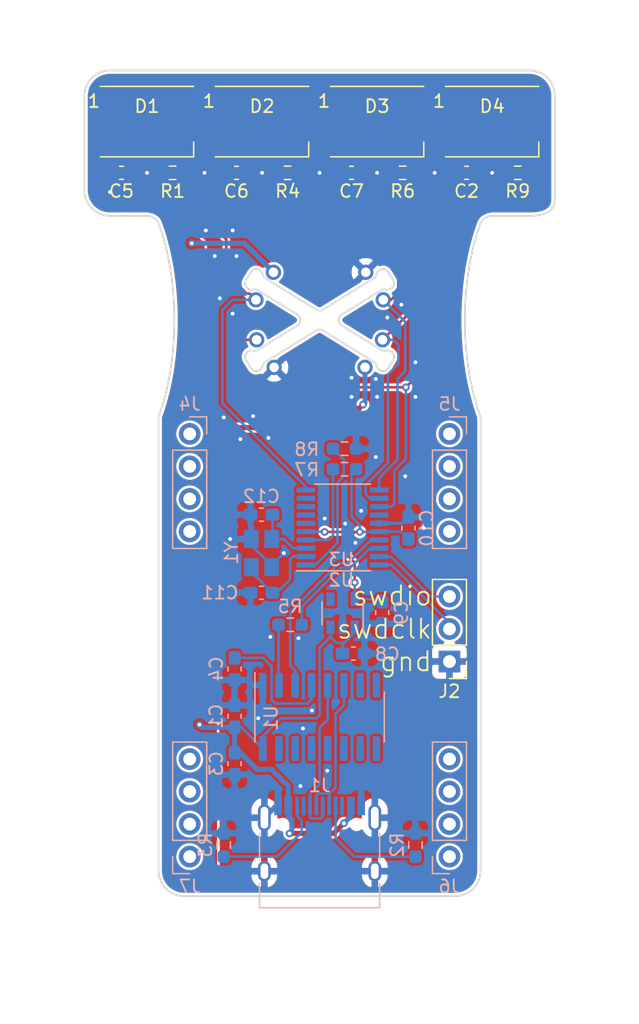
<source format=kicad_pcb>
(kicad_pcb (version 20171130) (host pcbnew 5.1.9+dfsg1-1)
  (layers (0 F.Cu signal) (31 B.Cu signal) (34 B.Paste user) (35 F.Paste user) (36 B.SilkS user) (37 F.SilkS user) (38 B.Mask user) (39 F.Mask user) (44 Edge.Cuts user))
  (net 0 "")
  (net 1 GND)
  (net 2 VUSB)
  (net 3 3V3)
  (net 4 "Net-(C12-Pad1)")
  (net 5 LED_A)
  (net 6 "Net-(D1-Pad2)")
  (net 7 "Net-(D2-Pad2)")
  (net 8 LED_B)
  (net 9 LED_C)
  (net 10 "Net-(D3-Pad2)")
  (net 11 "Net-(D4-Pad2)")
  (net 12 LED_D)
  (net 13 "Net-(J1-PadA6)")
  (net 14 "Net-(J1-PadB5)")
  (net 15 "Net-(J1-PadA8)")
  (net 16 "Net-(J1-PadA7)")
  (net 17 "Net-(J1-PadA5)")
  (net 18 "Net-(J1-PadB8)")
  (net 19 SWDIO)
  (net 20 SWDCLK)
  (net 21 STMRX)
  (net 22 STMTX)
  (net 23 "Net-(U1-Pad7)")
  (net 24 "Net-(U1-Pad8)")
  (net 25 "Net-(U1-Pad9)")
  (net 26 "Net-(U1-Pad10)")
  (net 27 "Net-(U1-Pad11)")
  (net 28 "Net-(U1-Pad12)")
  (net 29 "Net-(U1-Pad13)")
  (net 30 "Net-(U1-Pad14)")
  (net 31 "Net-(U1-Pad15)")
  (net 32 "Net-(U3-Pad6)")
  (net 33 "Net-(U3-Pad7)")
  (net 34 "Net-(U3-Pad8)")
  (net 35 "Net-(U3-Pad9)")
  (net 36 "Net-(U3-Pad14)")
  (net 37 "Net-(U2-Pad4)")
  (net 38 "Net-(C4-Pad1)")
  (net 39 "Net-(C11-Pad1)")
  (net 40 "Net-(R5-Pad2)")
  (net 41 "Net-(R7-Pad1)")
  (net 42 "Net-(R8-Pad1)")
  (net 43 "Net-(J4-Pad4)")
  (net 44 "Net-(J4-Pad3)")
  (net 45 "Net-(J4-Pad2)")
  (net 46 "Net-(J4-Pad1)")
  (net 47 "Net-(J5-Pad4)")
  (net 48 "Net-(J5-Pad3)")
  (net 49 "Net-(J5-Pad2)")
  (net 50 "Net-(J5-Pad1)")
  (net 51 "Net-(J6-Pad1)")
  (net 52 "Net-(J6-Pad2)")
  (net 53 "Net-(J6-Pad3)")
  (net 54 "Net-(J6-Pad4)")
  (net 55 "Net-(J7-Pad1)")
  (net 56 "Net-(J7-Pad2)")
  (net 57 "Net-(J7-Pad3)")
  (net 58 "Net-(J7-Pad4)")
  (module Connector_PinHeader_2.54mm:PinHeader_1x03_P2.54mm_Vertical (layer F.Cu) (at 10.16 26.67 180)
    (fp_text reference J2 (at 0 -2.33) (layer F.SilkS))
    (fp_text value Conn_01x03_Male)
    (pad 1 thru_hole rect (at 0 0 180) (size 1.7 1.7) (drill 1) (layers *.Cu *.Mask) (net 1 GND))
    (pad 2 thru_hole oval (at 0 2.54 180) (size 1.7 1.7) (drill 1) (layers *.Cu *.Mask) (net 20 SWDCLK))
    (pad 3 thru_hole oval (at 0 5.08 180) (size 1.7 1.7) (drill 1) (layers *.Cu *.Mask) (net 19 SWDIO))
  )
  (module Resistor_SMD:R_0603_1608Metric_Pad0.98x0.95mm_HandSolder (layer F.Cu) (at -2.5 -11.5 180)
    (fp_text reference R4 (at 0 -1.43) (layer F.SilkS))
    (fp_text value 100k)
    (pad 2 smd roundrect (at 0.9125 0 180) (size 0.975 0.95) (layers F.Cu F.Paste F.Mask) (net 8 LED_B))
    (pad 1 smd roundrect (at -0.9125 0 180) (size 0.975 0.95) (layers F.Cu F.Paste F.Mask) (net 1 GND))
  )
  (module LED_SMD:LED_WS2812B_PLCC4_5.0x5.0mm_P3.2mm (layer F.Cu) (at -4.5 -15.5)
    (fp_text reference D2 (at 0 -1.2) (layer F.SilkS))
    (fp_text value WS2812B)
    (fp_text user 1 (at -4.15 -1.6) (layer F.SilkS))
    (pad 1 smd rect (at -2.45 -1.6) (size 1.5 1) (layers F.Cu F.Paste F.Mask) (net 2 VUSB))
    (pad 2 smd rect (at -2.45 1.6) (size 1.5 1) (layers F.Cu F.Paste F.Mask) (net 7 "Net-(D2-Pad2)"))
    (pad 4 smd rect (at 2.45 -1.6) (size 1.5 1) (layers F.Cu F.Paste F.Mask) (net 8 LED_B))
    (pad 3 smd rect (at 2.45 1.6) (size 1.5 1) (layers F.Cu F.Paste F.Mask) (net 1 GND))
  )
  (module Capacitor_SMD:C_0603_1608Metric_Pad1.08x0.95mm_HandSolder (layer F.Cu) (at -15.5 -11.5 180)
    (fp_text reference C5 (at 0 -1.43) (layer F.SilkS))
    (fp_text value 100nF)
    (pad 1 smd roundrect (at -0.8625 0 180) (size 1.075 0.95) (layers F.Cu F.Paste F.Mask) (net 2 VUSB))
    (pad 2 smd roundrect (at 0.8625 0 180) (size 1.075 0.95) (layers F.Cu F.Paste F.Mask) (net 1 GND))
  )
  (module Package_SO:SOIC-16_3.9x9.9mm_P1.27mm (layer B.Cu) (at 0 31 270)
    (fp_text reference U1 (at 0.1 3.8 270) (layer B.SilkS) (effects (justify mirror)))
    (fp_text value CH340B)
    (pad 1 smd roundrect (at -2.475 4.445 270) (size 1.95 0.6) (layers B.Cu B.Paste B.Mask) (net 1 GND))
    (pad 2 smd roundrect (at -2.475 3.175 270) (size 1.95 0.6) (layers B.Cu B.Paste B.Mask) (net 40 "Net-(R5-Pad2)"))
    (pad 3 smd roundrect (at -2.475 1.905 270) (size 1.95 0.6) (layers B.Cu B.Paste B.Mask) (net 22 STMTX))
    (pad 4 smd roundrect (at -2.475 0.635 270) (size 1.95 0.6) (layers B.Cu B.Paste B.Mask) (net 38 "Net-(C4-Pad1)"))
    (pad 5 smd roundrect (at -2.475 -0.635 270) (size 1.95 0.6) (layers B.Cu B.Paste B.Mask) (net 13 "Net-(J1-PadA6)"))
    (pad 6 smd roundrect (at -2.475 -1.905 270) (size 1.95 0.6) (layers B.Cu B.Paste B.Mask) (net 16 "Net-(J1-PadA7)"))
    (pad 7 smd roundrect (at -2.475 -3.175 270) (size 1.95 0.6) (layers B.Cu B.Paste B.Mask) (net 23 "Net-(U1-Pad7)"))
    (pad 8 smd roundrect (at -2.475 -4.445 270) (size 1.95 0.6) (layers B.Cu B.Paste B.Mask) (net 24 "Net-(U1-Pad8)"))
    (pad 9 smd roundrect (at 2.475 -4.445 270) (size 1.95 0.6) (layers B.Cu B.Paste B.Mask) (net 25 "Net-(U1-Pad9)"))
    (pad 10 smd roundrect (at 2.475 -3.175 270) (size 1.95 0.6) (layers B.Cu B.Paste B.Mask) (net 26 "Net-(U1-Pad10)"))
    (pad 11 smd roundrect (at 2.475 -1.905 270) (size 1.95 0.6) (layers B.Cu B.Paste B.Mask) (net 27 "Net-(U1-Pad11)"))
    (pad 12 smd roundrect (at 2.475 -0.635 270) (size 1.95 0.6) (layers B.Cu B.Paste B.Mask) (net 28 "Net-(U1-Pad12)"))
    (pad 13 smd roundrect (at 2.475 0.635 270) (size 1.95 0.6) (layers B.Cu B.Paste B.Mask) (net 29 "Net-(U1-Pad13)"))
    (pad 14 smd roundrect (at 2.475 1.905 270) (size 1.95 0.6) (layers B.Cu B.Paste B.Mask) (net 30 "Net-(U1-Pad14)"))
    (pad 15 smd roundrect (at 2.475 3.175 270) (size 1.95 0.6) (layers B.Cu B.Paste B.Mask) (net 31 "Net-(U1-Pad15)"))
    (pad 16 smd roundrect (at 2.475 4.445 270) (size 1.95 0.6) (layers B.Cu B.Paste B.Mask) (net 2 VUSB))
  )
  (module Capacitor_SMD:C_0603_1608Metric_Pad1.08x0.95mm_HandSolder (layer B.Cu) (at -6.65 30.95 90)
    (fp_text reference C1 (at 0 -1.45 90) (layer B.SilkS) (effects (justify mirror)))
    (fp_text value 1uF)
    (pad 2 smd roundrect (at 0.8625 0 90) (size 1.075 0.95) (layers B.Cu B.Paste B.Mask) (net 1 GND))
    (pad 1 smd roundrect (at -0.8625 0 90) (size 1.075 0.95) (layers B.Cu B.Paste B.Mask) (net 2 VUSB))
  )
  (module Capacitor_SMD:C_0603_1608Metric_Pad1.08x0.95mm_HandSolder (layer B.Cu) (at -6.65 34.65 270)
    (fp_text reference C3 (at 0 1.43 90) (layer B.SilkS) (effects (justify mirror)))
    (fp_text value 100nF)
    (pad 1 smd roundrect (at -0.8625 0 270) (size 1.075 0.95) (layers B.Cu B.Paste B.Mask) (net 2 VUSB))
    (pad 2 smd roundrect (at 0.8625 0 270) (size 1.075 0.95) (layers B.Cu B.Paste B.Mask) (net 1 GND))
  )
  (module Capacitor_SMD:C_0603_1608Metric_Pad1.08x0.95mm_HandSolder (layer B.Cu) (at -6.65 27.25 270)
    (fp_text reference C4 (at 0 1.43 270) (layer B.SilkS) (effects (justify mirror)))
    (fp_text value 100nF)
    (pad 1 smd roundrect (at -0.8625 0 270) (size 1.075 0.95) (layers B.Cu B.Paste B.Mask) (net 38 "Net-(C4-Pad1)"))
    (pad 2 smd roundrect (at 0.8625 0 270) (size 1.075 0.95) (layers B.Cu B.Paste B.Mask) (net 1 GND))
  )
  (module Capacitor_SMD:C_0603_1608Metric_Pad1.08x0.95mm_HandSolder (layer B.Cu) (at 2.65 26.05)
    (fp_text reference C8 (at 2.65 0.05) (layer B.SilkS) (effects (justify mirror)))
    (fp_text value 10uF)
    (pad 2 smd roundrect (at 0.8625 0) (size 1.075 0.95) (layers B.Cu B.Paste B.Mask) (net 1 GND))
    (pad 1 smd roundrect (at -0.8625 0) (size 1.075 0.95) (layers B.Cu B.Paste B.Mask) (net 2 VUSB))
  )
  (module Capacitor_SMD:C_0603_1608Metric_Pad1.08x0.95mm_HandSolder (layer B.Cu) (at 4.9 22.85 270)
    (fp_text reference C9 (at 0 -1.5 90) (layer B.SilkS) (effects (justify mirror)))
    (fp_text value 10uF)
    (pad 1 smd roundrect (at -0.8625 0 270) (size 1.075 0.95) (layers B.Cu B.Paste B.Mask) (net 3 3V3))
    (pad 2 smd roundrect (at 0.8625 0 270) (size 1.075 0.95) (layers B.Cu B.Paste B.Mask) (net 1 GND))
  )
  (module Capacitor_SMD:C_0603_1608Metric_Pad1.08x0.95mm_HandSolder (layer B.Cu) (at 6.95 16.25 90)
    (fp_text reference C10 (at 0 1.43 270) (layer B.SilkS) (effects (justify mirror)))
    (fp_text value 100nF)
    (pad 1 smd roundrect (at -0.8625 0 90) (size 1.075 0.95) (layers B.Cu B.Paste B.Mask) (net 3 3V3))
    (pad 2 smd roundrect (at 0.8625 0 90) (size 1.075 0.95) (layers B.Cu B.Paste B.Mask) (net 1 GND))
  )
  (module Capacitor_SMD:C_0603_1608Metric_Pad1.08x0.95mm_HandSolder (layer F.Cu) (at 11.5 -11.5 180)
    (fp_text reference C2 (at 0 -1.43) (layer F.SilkS))
    (fp_text value 100nF)
    (pad 2 smd roundrect (at 0.8625 0 180) (size 1.075 0.95) (layers F.Cu F.Paste F.Mask) (net 1 GND))
    (pad 1 smd roundrect (at -0.8625 0 180) (size 1.075 0.95) (layers F.Cu F.Paste F.Mask) (net 2 VUSB))
  )
  (module Capacitor_SMD:C_0603_1608Metric_Pad1.08x0.95mm_HandSolder (layer F.Cu) (at -6.5 -11.5 180)
    (fp_text reference C6 (at 0 -1.43) (layer F.SilkS))
    (fp_text value 100nF)
    (pad 1 smd roundrect (at -0.8625 0 180) (size 1.075 0.95) (layers F.Cu F.Paste F.Mask) (net 2 VUSB))
    (pad 2 smd roundrect (at 0.8625 0 180) (size 1.075 0.95) (layers F.Cu F.Paste F.Mask) (net 1 GND))
  )
  (module Capacitor_SMD:C_0603_1608Metric_Pad1.08x0.95mm_HandSolder (layer F.Cu) (at 2.5 -11.5 180)
    (fp_text reference C7 (at 0 -1.43) (layer F.SilkS))
    (fp_text value 100nF)
    (pad 2 smd roundrect (at 0.8625 0 180) (size 1.075 0.95) (layers F.Cu F.Paste F.Mask) (net 1 GND))
    (pad 1 smd roundrect (at -0.8625 0 180) (size 1.075 0.95) (layers F.Cu F.Paste F.Mask) (net 2 VUSB))
  )
  (module Capacitor_SMD:C_0603_1608Metric_Pad1.08x0.95mm_HandSolder (layer B.Cu) (at -4.55 21.3 180)
    (fp_text reference C11 (at 3.25 0) (layer B.SilkS) (effects (justify mirror)))
    (fp_text value 14pF)
    (pad 2 smd roundrect (at 0.8625 0 180) (size 1.075 0.95) (layers B.Cu B.Paste B.Mask) (net 1 GND))
    (pad 1 smd roundrect (at -0.8625 0 180) (size 1.075 0.95) (layers B.Cu B.Paste B.Mask) (net 39 "Net-(C11-Pad1)"))
  )
  (module Capacitor_SMD:C_0603_1608Metric_Pad1.08x0.95mm_HandSolder (layer B.Cu) (at -4.55 15.2 180)
    (fp_text reference C12 (at 0 1.43) (layer B.SilkS) (effects (justify mirror)))
    (fp_text value 14pF)
    (pad 1 smd roundrect (at -0.8625 0 180) (size 1.075 0.95) (layers B.Cu B.Paste B.Mask) (net 4 "Net-(C12-Pad1)"))
    (pad 2 smd roundrect (at 0.8625 0 180) (size 1.075 0.95) (layers B.Cu B.Paste B.Mask) (net 1 GND))
  )
  (module LED_SMD:LED_WS2812B_PLCC4_5.0x5.0mm_P3.2mm (layer F.Cu) (at -13.5 -15.5)
    (fp_text reference D1 (at 0 -1.2) (layer F.SilkS))
    (fp_text value WS2812B)
    (fp_text user 1 (at -4.15 -1.6) (layer F.SilkS))
    (pad 3 smd rect (at 2.45 1.6) (size 1.5 1) (layers F.Cu F.Paste F.Mask) (net 1 GND))
    (pad 4 smd rect (at 2.45 -1.6) (size 1.5 1) (layers F.Cu F.Paste F.Mask) (net 5 LED_A))
    (pad 2 smd rect (at -2.45 1.6) (size 1.5 1) (layers F.Cu F.Paste F.Mask) (net 6 "Net-(D1-Pad2)"))
    (pad 1 smd rect (at -2.45 -1.6) (size 1.5 1) (layers F.Cu F.Paste F.Mask) (net 2 VUSB))
  )
  (module LED_SMD:LED_WS2812B_PLCC4_5.0x5.0mm_P3.2mm (layer F.Cu) (at 4.5 -15.5)
    (fp_text reference D3 (at 0 -1.2) (layer F.SilkS))
    (fp_text value WS2812B)
    (fp_text user 1 (at -4.15 -1.6) (layer F.SilkS))
    (pad 3 smd rect (at 2.45 1.6) (size 1.5 1) (layers F.Cu F.Paste F.Mask) (net 1 GND))
    (pad 4 smd rect (at 2.45 -1.6) (size 1.5 1) (layers F.Cu F.Paste F.Mask) (net 9 LED_C))
    (pad 2 smd rect (at -2.45 1.6) (size 1.5 1) (layers F.Cu F.Paste F.Mask) (net 10 "Net-(D3-Pad2)"))
    (pad 1 smd rect (at -2.45 -1.6) (size 1.5 1) (layers F.Cu F.Paste F.Mask) (net 2 VUSB))
  )
  (module LED_SMD:LED_WS2812B_PLCC4_5.0x5.0mm_P3.2mm (layer F.Cu) (at 13.5 -15.5)
    (fp_text reference D4 (at 0 -1.2) (layer F.SilkS))
    (fp_text value WS2812B)
    (fp_text user 1 (at -4.15 -1.6) (layer F.SilkS))
    (pad 1 smd rect (at -2.45 -1.6) (size 1.5 1) (layers F.Cu F.Paste F.Mask) (net 2 VUSB))
    (pad 2 smd rect (at -2.45 1.6) (size 1.5 1) (layers F.Cu F.Paste F.Mask) (net 11 "Net-(D4-Pad2)"))
    (pad 4 smd rect (at 2.45 -1.6) (size 1.5 1) (layers F.Cu F.Paste F.Mask) (net 12 LED_D))
    (pad 3 smd rect (at 2.45 1.6) (size 1.5 1) (layers F.Cu F.Paste F.Mask) (net 1 GND))
  )
  (module footprints:USB_C_Receptacle_HRO_TYPE-C-31-M-12 (layer B.Cu) (at 0 42 180)
    (fp_text reference J1 (at 0 5.645) (layer B.SilkS) (effects (justify mirror)))
    (fp_text value USB_C_Receptacle_USB2.0)
    (pad S1 thru_hole oval (at 4.32 -1.05 180) (size 1 1.6) (drill oval 0.6 1.2) (layers *.Cu *.Mask) (net 1 GND))
    (pad "" np_thru_hole circle (at 2.89 2.6 180) (size 0.65 0.65) (drill 0.65) (layers *.Cu *.Mask))
    (pad S1 thru_hole oval (at -4.32 -1.05 180) (size 1 1.6) (drill oval 0.6 1.2) (layers *.Cu *.Mask) (net 1 GND))
    (pad "" np_thru_hole circle (at -2.89 2.6 180) (size 0.65 0.65) (drill 0.65) (layers *.Cu *.Mask))
    (pad S1 thru_hole oval (at -4.32 3.13 180) (size 1 2.1) (drill oval 0.6 1.7) (layers *.Cu *.Mask) (net 1 GND))
    (pad S1 thru_hole oval (at 4.32 3.13 180) (size 1 2.1) (drill oval 0.6 1.7) (layers *.Cu *.Mask) (net 1 GND))
    (pad A6 smd rect (at -0.25 4.045 180) (size 0.3 1.45) (layers B.Cu B.Paste B.Mask) (net 13 "Net-(J1-PadA6)"))
    (pad B5 smd rect (at 1.75 4.045 180) (size 0.3 1.45) (layers B.Cu B.Paste B.Mask) (net 14 "Net-(J1-PadB5)"))
    (pad A8 smd rect (at 1.25 4.045 180) (size 0.3 1.45) (layers B.Cu B.Paste B.Mask) (net 15 "Net-(J1-PadA8)"))
    (pad B6 smd rect (at 0.75 4.045 180) (size 0.3 1.45) (layers B.Cu B.Paste B.Mask) (net 13 "Net-(J1-PadA6)"))
    (pad A7 smd rect (at 0.25 4.045 180) (size 0.3 1.45) (layers B.Cu B.Paste B.Mask) (net 16 "Net-(J1-PadA7)"))
    (pad B7 smd rect (at -0.75 4.045 180) (size 0.3 1.45) (layers B.Cu B.Paste B.Mask) (net 16 "Net-(J1-PadA7)"))
    (pad A5 smd rect (at -1.25 4.045 180) (size 0.3 1.45) (layers B.Cu B.Paste B.Mask) (net 17 "Net-(J1-PadA5)"))
    (pad B8 smd rect (at -1.75 4.045 180) (size 0.3 1.45) (layers B.Cu B.Paste B.Mask) (net 18 "Net-(J1-PadB8)"))
    (pad A12 smd rect (at 3.25 4.045 180) (size 0.6 1.45) (layers B.Cu B.Paste B.Mask) (net 1 GND))
    (pad B4 smd rect (at 2.45 4.045 180) (size 0.6 1.45) (layers B.Cu B.Paste B.Mask) (net 2 VUSB))
    (pad A4 smd rect (at -2.45 4.045 180) (size 0.6 1.45) (layers B.Cu B.Paste B.Mask) (net 2 VUSB))
    (pad A1 smd rect (at -3.25 4.045 180) (size 0.6 1.45) (layers B.Cu B.Paste B.Mask) (net 1 GND))
    (pad B12 smd rect (at -3.25 4.045 180) (size 0.6 1.45) (layers B.Cu B.Paste B.Mask) (net 1 GND))
    (pad B9 smd rect (at -2.45 4.045 180) (size 0.6 1.45) (layers B.Cu B.Paste B.Mask) (net 2 VUSB))
    (pad A9 smd rect (at 2.45 4.045 180) (size 0.6 1.45) (layers B.Cu B.Paste B.Mask) (net 2 VUSB))
    (pad B1 smd rect (at 3.25 4.045 180) (size 0.6 1.45) (layers B.Cu B.Paste B.Mask) (net 1 GND))
  )
  (module Resistor_SMD:R_0603_1608Metric_Pad0.98x0.95mm_HandSolder (layer B.Cu) (at 7.5 41 270)
    (fp_text reference R2 (at 0 1.43 90) (layer B.SilkS) (effects (justify mirror)))
    (fp_text value 5.1k)
    (pad 1 smd roundrect (at -0.9125 0 270) (size 0.975 0.95) (layers B.Cu B.Paste B.Mask) (net 1 GND))
    (pad 2 smd roundrect (at 0.9125 0 270) (size 0.975 0.95) (layers B.Cu B.Paste B.Mask) (net 17 "Net-(J1-PadA5)"))
  )
  (module Resistor_SMD:R_0603_1608Metric_Pad0.98x0.95mm_HandSolder (layer B.Cu) (at -7.5 41 270)
    (fp_text reference R3 (at 0 1.43 270) (layer B.SilkS) (effects (justify mirror)))
    (fp_text value 5.1k)
    (pad 2 smd roundrect (at 0.9125 0 270) (size 0.975 0.95) (layers B.Cu B.Paste B.Mask) (net 14 "Net-(J1-PadB5)"))
    (pad 1 smd roundrect (at -0.9125 0 270) (size 0.975 0.95) (layers B.Cu B.Paste B.Mask) (net 1 GND))
  )
  (module Resistor_SMD:R_0603_1608Metric_Pad0.98x0.95mm_HandSolder (layer B.Cu) (at -2.3 23.8 180)
    (fp_text reference R5 (at 0 1.43) (layer B.SilkS) (effects (justify mirror)))
    (fp_text value 1k)
    (pad 1 smd roundrect (at -0.9125 0 180) (size 0.975 0.95) (layers B.Cu B.Paste B.Mask) (net 21 STMRX))
    (pad 2 smd roundrect (at 0.9125 0 180) (size 0.975 0.95) (layers B.Cu B.Paste B.Mask) (net 40 "Net-(R5-Pad2)"))
  )
  (module Resistor_SMD:R_0603_1608Metric_Pad0.98x0.95mm_HandSolder (layer B.Cu) (at 1.95 11.65)
    (fp_text reference R7 (at -2.95 0.05) (layer B.SilkS) (effects (justify mirror)))
    (fp_text value 10k)
    (pad 1 smd roundrect (at -0.9125 0) (size 0.975 0.95) (layers B.Cu B.Paste B.Mask) (net 41 "Net-(R7-Pad1)"))
    (pad 2 smd roundrect (at 0.9125 0) (size 0.975 0.95) (layers B.Cu B.Paste B.Mask) (net 3 3V3))
  )
  (module Resistor_SMD:R_0603_1608Metric_Pad0.98x0.95mm_HandSolder (layer B.Cu) (at 1.95 10.05)
    (fp_text reference R8 (at -2.95 0.05) (layer B.SilkS) (effects (justify mirror)))
    (fp_text value 10k)
    (pad 2 smd roundrect (at 0.9125 0) (size 0.975 0.95) (layers B.Cu B.Paste B.Mask) (net 1 GND))
    (pad 1 smd roundrect (at -0.9125 0) (size 0.975 0.95) (layers B.Cu B.Paste B.Mask) (net 42 "Net-(R8-Pad1)"))
  )
  (module Resistor_SMD:R_0603_1608Metric_Pad0.98x0.95mm_HandSolder (layer F.Cu) (at -11.5 -11.5 180)
    (fp_text reference R1 (at 0 -1.43) (layer F.SilkS))
    (fp_text value 100k)
    (pad 1 smd roundrect (at -0.9125 0 180) (size 0.975 0.95) (layers F.Cu F.Paste F.Mask) (net 1 GND))
    (pad 2 smd roundrect (at 0.9125 0 180) (size 0.975 0.95) (layers F.Cu F.Paste F.Mask) (net 5 LED_A))
  )
  (module Resistor_SMD:R_0603_1608Metric_Pad0.98x0.95mm_HandSolder (layer F.Cu) (at 6.5 -11.5 180)
    (fp_text reference R6 (at 0 -1.43) (layer F.SilkS))
    (fp_text value 100k)
    (pad 1 smd roundrect (at -0.9125 0 180) (size 0.975 0.95) (layers F.Cu F.Paste F.Mask) (net 1 GND))
    (pad 2 smd roundrect (at 0.9125 0 180) (size 0.975 0.95) (layers F.Cu F.Paste F.Mask) (net 9 LED_C))
  )
  (module Resistor_SMD:R_0603_1608Metric_Pad0.98x0.95mm_HandSolder (layer F.Cu) (at 15.5 -11.5 180)
    (fp_text reference R9 (at 0 -1.43) (layer F.SilkS))
    (fp_text value 100k)
    (pad 2 smd roundrect (at 0.9125 0 180) (size 0.975 0.95) (layers F.Cu F.Paste F.Mask) (net 12 LED_D))
    (pad 1 smd roundrect (at -0.9125 0 180) (size 0.975 0.95) (layers F.Cu F.Paste F.Mask) (net 1 GND))
  )
  (module Package_SO:TSSOP-20_4.4x6.5mm_P0.65mm (layer B.Cu) (at 1.8 16.2)
    (fp_text reference U3 (at -0.1 2.5 180) (layer B.SilkS) (effects (justify mirror)))
    (fp_text value STM32F030F4Px)
    (pad 1 smd roundrect (at -2.8625 2.925) (size 1.475 0.4) (layers B.Cu B.Paste B.Mask) (net 42 "Net-(R8-Pad1)"))
    (pad 2 smd roundrect (at -2.8625 2.275) (size 1.475 0.4) (layers B.Cu B.Paste B.Mask) (net 39 "Net-(C11-Pad1)"))
    (pad 3 smd roundrect (at -2.8625 1.625) (size 1.475 0.4) (layers B.Cu B.Paste B.Mask) (net 4 "Net-(C12-Pad1)"))
    (pad 4 smd roundrect (at -2.8625 0.975) (size 1.475 0.4) (layers B.Cu B.Paste B.Mask) (net 41 "Net-(R7-Pad1)"))
    (pad 5 smd roundrect (at -2.8625 0.325) (size 1.475 0.4) (layers B.Cu B.Paste B.Mask) (net 3 3V3))
    (pad 6 smd roundrect (at -2.8625 -0.325) (size 1.475 0.4) (layers B.Cu B.Paste B.Mask) (net 32 "Net-(U3-Pad6)"))
    (pad 7 smd roundrect (at -2.8625 -0.975) (size 1.475 0.4) (layers B.Cu B.Paste B.Mask) (net 33 "Net-(U3-Pad7)"))
    (pad 8 smd roundrect (at -2.8625 -1.625) (size 1.475 0.4) (layers B.Cu B.Paste B.Mask) (net 34 "Net-(U3-Pad8)"))
    (pad 9 smd roundrect (at -2.8625 -2.275) (size 1.475 0.4) (layers B.Cu B.Paste B.Mask) (net 35 "Net-(U3-Pad9)"))
    (pad 10 smd roundrect (at -2.8625 -2.925) (size 1.475 0.4) (layers B.Cu B.Paste B.Mask) (net 5 LED_A))
    (pad 11 smd roundrect (at 2.8625 -2.925) (size 1.475 0.4) (layers B.Cu B.Paste B.Mask) (net 8 LED_B))
    (pad 12 smd roundrect (at 2.8625 -2.275) (size 1.475 0.4) (layers B.Cu B.Paste B.Mask) (net 9 LED_C))
    (pad 13 smd roundrect (at 2.8625 -1.625) (size 1.475 0.4) (layers B.Cu B.Paste B.Mask) (net 12 LED_D))
    (pad 14 smd roundrect (at 2.8625 -0.975) (size 1.475 0.4) (layers B.Cu B.Paste B.Mask) (net 36 "Net-(U3-Pad14)"))
    (pad 15 smd roundrect (at 2.8625 -0.325) (size 1.475 0.4) (layers B.Cu B.Paste B.Mask) (net 1 GND))
    (pad 16 smd roundrect (at 2.8625 0.325) (size 1.475 0.4) (layers B.Cu B.Paste B.Mask) (net 3 3V3))
    (pad 17 smd roundrect (at 2.8625 0.975) (size 1.475 0.4) (layers B.Cu B.Paste B.Mask) (net 22 STMTX))
    (pad 18 smd roundrect (at 2.8625 1.625) (size 1.475 0.4) (layers B.Cu B.Paste B.Mask) (net 21 STMRX))
    (pad 19 smd roundrect (at 2.8625 2.275) (size 1.475 0.4) (layers B.Cu B.Paste B.Mask) (net 19 SWDIO))
    (pad 20 smd roundrect (at 2.8625 2.925) (size 1.475 0.4) (layers B.Cu B.Paste B.Mask) (net 20 SWDCLK))
  )
  (module lib:TSX-3225 (layer B.Cu) (at -4.55 18.2 90)
    (fp_text reference Y1 (at 0 -2.35 90) (layer B.SilkS) (effects (justify mirror)))
    (fp_text value Crystal_GND24)
    (pad 1 smd rect (at -1.1 -0.8 90) (size 1.4 1.15) (layers B.Cu B.Paste B.Mask) (net 39 "Net-(C11-Pad1)"))
    (pad 2 smd rect (at 1.1 -0.8 90) (size 1.4 1.15) (layers B.Cu B.Paste B.Mask) (net 1 GND))
    (pad 3 smd rect (at 1.1 0.8 90) (size 1.4 1.15) (layers B.Cu B.Paste B.Mask) (net 4 "Net-(C12-Pad1)"))
    (pad 4 smd rect (at -1.1 0.8 90) (size 1.4 1.15) (layers B.Cu B.Paste B.Mask) (net 1 GND))
  )
  (module Package_TO_SOT_SMD:SOT-23-5 (layer B.Cu) (at 1.8 22.9 90)
    (fp_text reference U2 (at 2.6 -0.1 180) (layer B.SilkS) (effects (justify mirror)))
    (fp_text value AP2204K-3.3)
    (pad 1 smd rect (at -1.1 0.95 90) (size 1.06 0.65) (layers B.Cu B.Paste B.Mask) (net 2 VUSB))
    (pad 2 smd rect (at -1.1 0 90) (size 1.06 0.65) (layers B.Cu B.Paste B.Mask) (net 1 GND))
    (pad 3 smd rect (at -1.1 -0.95 90) (size 1.06 0.65) (layers B.Cu B.Paste B.Mask) (net 2 VUSB))
    (pad 4 smd rect (at 1.1 -0.95 90) (size 1.06 0.65) (layers B.Cu B.Paste B.Mask) (net 37 "Net-(U2-Pad4)"))
    (pad 5 smd rect (at 1.1 0.95 90) (size 1.06 0.65) (layers B.Cu B.Paste B.Mask) (net 3 3V3))
  )
  (module lib:padauk_test_a (layer F.Cu) (at 0 0)
    (fp_text reference J3 hide)
    (fp_text value Conn_01x08_Male hide)
    (pad 6 thru_hole circle (at 3.554216 3.69365) (size 1.2 1.2) (drill 0.75) (layers *.Cu *.Mask) (net 2 VUSB))
    (pad 3 thru_hole circle (at 4.923383 1.541825) (size 1.2 1.2) (drill 0.75) (layers *.Cu *.Mask) (net 9 LED_C))
    (pad 1 thru_hole circle (at -4.980141 -1.580688) (size 1.2 1.2) (drill 0.75) (layers *.Cu *.Mask) (net 5 LED_A))
    (pad 5 thru_hole circle (at -3.610975 -3.732513 90) (size 1.2 1.2) (drill 0.75) (layers *.Cu *.Mask) (net 2 VUSB))
    (pad 2 thru_hole circle (at 4.980232 -1.580673) (size 1.2 1.2) (drill 0.75) (layers *.Cu *.Mask) (net 8 LED_B))
    (pad 7 thru_hole circle (at 3.611065 -3.732513) (size 1.2 1.2) (drill 0.75) (layers *.Cu *.Mask) (net 1 GND))
    (pad 8 thru_hole circle (at -3.554131 3.693802) (size 1.2 1.2) (drill 0.75) (layers *.Cu *.Mask) (net 1 GND))
    (pad 4 thru_hole circle (at -4.923297 1.541977) (size 1.2 1.2) (drill 0.75) (layers *.Cu *.Mask) (net 12 LED_D))
  )
  (module Connector_PinHeader_2.54mm:PinHeader_1x04_P2.54mm_Vertical (layer B.Cu) (at -10.16 8.89 180)
    (fp_text reference J4 (at 0 2.33) (layer B.SilkS) (effects (justify mirror)))
    (fp_text value Conn_01x04_Male)
    (pad 4 thru_hole oval (at 0 -7.62 180) (size 1.7 1.7) (drill 1) (layers *.Cu *.Mask) (net 43 "Net-(J4-Pad4)"))
    (pad 3 thru_hole oval (at 0 -5.08 180) (size 1.7 1.7) (drill 1) (layers *.Cu *.Mask) (net 44 "Net-(J4-Pad3)"))
    (pad 2 thru_hole oval (at 0 -2.54 180) (size 1.7 1.7) (drill 1) (layers *.Cu *.Mask) (net 45 "Net-(J4-Pad2)"))
    (pad 1 thru_hole circle (at 0 0 180) (size 1.7 1.7) (drill 1) (layers *.Cu *.Mask) (net 46 "Net-(J4-Pad1)"))
  )
  (module Connector_PinHeader_2.54mm:PinHeader_1x04_P2.54mm_Vertical (layer B.Cu) (at 10.16 8.89 180)
    (fp_text reference J5 (at 0 2.33) (layer B.SilkS) (effects (justify mirror)))
    (fp_text value Conn_01x04_Male)
    (pad 4 thru_hole oval (at 0 -7.62 180) (size 1.7 1.7) (drill 1) (layers *.Cu *.Mask) (net 47 "Net-(J5-Pad4)"))
    (pad 3 thru_hole oval (at 0 -5.08 180) (size 1.7 1.7) (drill 1) (layers *.Cu *.Mask) (net 48 "Net-(J5-Pad3)"))
    (pad 2 thru_hole oval (at 0 -2.54 180) (size 1.7 1.7) (drill 1) (layers *.Cu *.Mask) (net 49 "Net-(J5-Pad2)"))
    (pad 1 thru_hole circle (at 0 0 180) (size 1.7 1.7) (drill 1) (layers *.Cu *.Mask) (net 50 "Net-(J5-Pad1)"))
  )
  (module Connector_PinHeader_2.54mm:PinHeader_1x04_P2.54mm_Vertical (layer B.Cu) (at 10.16 41.91)
    (fp_text reference J6 (at 0 2.33) (layer B.SilkS) (effects (justify mirror)))
    (fp_text value Conn_01x04_Male)
    (pad 1 thru_hole circle (at 0 0) (size 1.7 1.7) (drill 1) (layers *.Cu *.Mask) (net 51 "Net-(J6-Pad1)"))
    (pad 2 thru_hole oval (at 0 -2.54) (size 1.7 1.7) (drill 1) (layers *.Cu *.Mask) (net 52 "Net-(J6-Pad2)"))
    (pad 3 thru_hole oval (at 0 -5.08) (size 1.7 1.7) (drill 1) (layers *.Cu *.Mask) (net 53 "Net-(J6-Pad3)"))
    (pad 4 thru_hole oval (at 0 -7.62) (size 1.7 1.7) (drill 1) (layers *.Cu *.Mask) (net 54 "Net-(J6-Pad4)"))
  )
  (module Connector_PinHeader_2.54mm:PinHeader_1x04_P2.54mm_Vertical (layer B.Cu) (at -10.16 41.91)
    (fp_text reference J7 (at 0 2.33) (layer B.SilkS) (effects (justify mirror)))
    (fp_text value Conn_01x04_Male)
    (pad 1 thru_hole circle (at 0 0) (size 1.7 1.7) (drill 1) (layers *.Cu *.Mask) (net 55 "Net-(J7-Pad1)"))
    (pad 2 thru_hole oval (at 0 -2.54) (size 1.7 1.7) (drill 1) (layers *.Cu *.Mask) (net 56 "Net-(J7-Pad2)"))
    (pad 3 thru_hole oval (at 0 -5.08) (size 1.7 1.7) (drill 1) (layers *.Cu *.Mask) (net 57 "Net-(J7-Pad3)"))
    (pad 4 thru_hole oval (at 0 -7.62) (size 1.7 1.7) (drill 1) (layers *.Cu *.Mask) (net 58 "Net-(J7-Pad4)"))
  )
  (gr_text gnd (at 8.89 26.67) (layer F.SilkS) (effects (font (size 1.5 1.5)) (justify right)))
  (gr_text swdclk (at 8.89 24.13) (layer F.SilkS) (effects (font (size 1.5 1.5)) (justify right)))
  (gr_text swdio (at 8.89 21.54) (layer F.SilkS) (effects (font (size 1.5 1.5)) (justify right)))
  (gr_line (start -16.39944 -19.500102) (end -16.502663 -19.497508) (layer Edge.Cuts) (width 0.141421))
  (gr_line (start -16.502663 -19.497508) (end -16.604498 -19.489809) (layer Edge.Cuts) (width 0.141421))
  (gr_line (start -16.604498 -19.489809) (end -16.704822 -19.477129) (layer Edge.Cuts) (width 0.141421))
  (gr_line (start -16.704822 -19.477129) (end -16.80351 -19.459592) (layer Edge.Cuts) (width 0.141421))
  (gr_line (start -16.80351 -19.459592) (end -16.900439 -19.437322) (layer Edge.Cuts) (width 0.141421))
  (gr_line (start -16.900439 -19.437322) (end -16.995485 -19.410443) (layer Edge.Cuts) (width 0.141421))
  (gr_line (start -16.995485 -19.410443) (end -17.088524 -19.379078) (layer Edge.Cuts) (width 0.141421))
  (gr_line (start -17.088524 -19.379078) (end -17.179432 -19.343352) (layer Edge.Cuts) (width 0.141421))
  (gr_line (start -17.179432 -19.343352) (end -17.268085 -19.303389) (layer Edge.Cuts) (width 0.141421))
  (gr_line (start -17.268085 -19.303389) (end -17.35436 -19.259312) (layer Edge.Cuts) (width 0.141421))
  (gr_line (start -17.35436 -19.259312) (end -17.438132 -19.211245) (layer Edge.Cuts) (width 0.141421))
  (gr_line (start -17.438132 -19.211245) (end -17.519277 -19.159313) (layer Edge.Cuts) (width 0.141421))
  (gr_line (start -17.519277 -19.159313) (end -17.597672 -19.103638) (layer Edge.Cuts) (width 0.141421))
  (gr_line (start -17.597672 -19.103638) (end -17.673193 -19.044346) (layer Edge.Cuts) (width 0.141421))
  (gr_line (start -17.673193 -19.044346) (end -17.745716 -18.98156) (layer Edge.Cuts) (width 0.141421))
  (gr_line (start -17.745716 -18.98156) (end -17.815117 -18.915404) (layer Edge.Cuts) (width 0.141421))
  (gr_line (start -17.815117 -18.915404) (end -17.881272 -18.846002) (layer Edge.Cuts) (width 0.141421))
  (gr_line (start -17.881272 -18.846002) (end -17.944057 -18.773478) (layer Edge.Cuts) (width 0.141421))
  (gr_line (start -17.944057 -18.773478) (end -18.003348 -18.697955) (layer Edge.Cuts) (width 0.141421))
  (gr_line (start -18.003348 -18.697955) (end -18.059022 -18.619558) (layer Edge.Cuts) (width 0.141421))
  (gr_line (start -18.059022 -18.619558) (end -18.110954 -18.538411) (layer Edge.Cuts) (width 0.141421))
  (gr_line (start -18.110954 -18.538411) (end -18.159021 -18.454637) (layer Edge.Cuts) (width 0.141421))
  (gr_line (start -18.159021 -18.454637) (end -18.203098 -18.368361) (layer Edge.Cuts) (width 0.141421))
  (gr_line (start -18.203098 -18.368361) (end -18.243062 -18.279706) (layer Edge.Cuts) (width 0.141421))
  (gr_line (start -18.243062 -18.279706) (end -18.27879 -18.188796) (layer Edge.Cuts) (width 0.141421))
  (gr_line (start -18.27879 -18.188796) (end -18.310156 -18.095756) (layer Edge.Cuts) (width 0.141421))
  (gr_line (start -18.310156 -18.095756) (end -18.337037 -18.000709) (layer Edge.Cuts) (width 0.141421))
  (gr_line (start -18.337037 -18.000709) (end -18.35931 -17.903778) (layer Edge.Cuts) (width 0.141421))
  (gr_line (start -18.35931 -17.903778) (end -18.37685 -17.805089) (layer Edge.Cuts) (width 0.141421))
  (gr_line (start -18.37685 -17.805089) (end -18.389533 -17.704765) (layer Edge.Cuts) (width 0.141421))
  (gr_line (start -18.389533 -17.704765) (end -18.397236 -17.60293) (layer Edge.Cuts) (width 0.141421))
  (gr_line (start -18.397236 -17.60293) (end -18.399835 -17.499707) (layer Edge.Cuts) (width 0.141421))
  (gr_line (start -18.399835 -17.499707) (end -18.400206 -10.140983) (layer Edge.Cuts) (width 0.141421))
  (gr_line (start -18.400206 -10.140983) (end -18.397617 -10.03776) (layer Edge.Cuts) (width 0.141421))
  (gr_line (start -18.397617 -10.03776) (end -18.389922 -9.935925) (layer Edge.Cuts) (width 0.141421))
  (gr_line (start -18.389922 -9.935925) (end -18.377246 -9.8356) (layer Edge.Cuts) (width 0.141421))
  (gr_line (start -18.377246 -9.8356) (end -18.359712 -9.736911) (layer Edge.Cuts) (width 0.141421))
  (gr_line (start -18.359712 -9.736911) (end -18.337445 -9.639981) (layer Edge.Cuts) (width 0.141421))
  (gr_line (start -18.337445 -9.639981) (end -18.310568 -9.544934) (layer Edge.Cuts) (width 0.141421))
  (gr_line (start -18.310568 -9.544934) (end -18.279205 -9.451893) (layer Edge.Cuts) (width 0.141421))
  (gr_line (start -18.279205 -9.451893) (end -18.24348 -9.360984) (layer Edge.Cuts) (width 0.141421))
  (gr_line (start -18.24348 -9.360984) (end -18.203517 -9.272329) (layer Edge.Cuts) (width 0.141421))
  (gr_line (start -18.203517 -9.272329) (end -18.159441 -9.186052) (layer Edge.Cuts) (width 0.141421))
  (gr_line (start -18.159441 -9.186052) (end -18.111374 -9.102279) (layer Edge.Cuts) (width 0.141421))
  (gr_line (start -18.111374 -9.102279) (end -18.059441 -9.021131) (layer Edge.Cuts) (width 0.141421))
  (gr_line (start -18.059441 -9.021131) (end -18.003766 -8.942735) (layer Edge.Cuts) (width 0.141421))
  (gr_line (start -18.003766 -8.942735) (end -17.944474 -8.867212) (layer Edge.Cuts) (width 0.141421))
  (gr_line (start -17.944474 -8.867212) (end -17.881686 -8.794688) (layer Edge.Cuts) (width 0.141421))
  (gr_line (start -17.881686 -8.794688) (end -17.815529 -8.725286) (layer Edge.Cuts) (width 0.141421))
  (gr_line (start -17.815529 -8.725286) (end -17.746126 -8.65913) (layer Edge.Cuts) (width 0.141421))
  (gr_line (start -17.746126 -8.65913) (end -17.6736 -8.596343) (layer Edge.Cuts) (width 0.141421))
  (gr_line (start -17.6736 -8.596343) (end -17.598076 -8.537051) (layer Edge.Cuts) (width 0.141421))
  (gr_line (start -17.598076 -8.537051) (end -17.519677 -8.481377) (layer Edge.Cuts) (width 0.141421))
  (gr_line (start -17.519677 -8.481377) (end -17.438528 -8.429445) (layer Edge.Cuts) (width 0.141421))
  (gr_line (start -17.438528 -8.429445) (end -17.354753 -8.381378) (layer Edge.Cuts) (width 0.141421))
  (gr_line (start -17.354753 -8.381378) (end -17.268475 -8.337301) (layer Edge.Cuts) (width 0.141421))
  (gr_line (start -17.268475 -8.337301) (end -17.179818 -8.297337) (layer Edge.Cuts) (width 0.141421))
  (gr_line (start -17.179818 -8.297337) (end -17.088907 -8.261611) (layer Edge.Cuts) (width 0.141421))
  (gr_line (start -17.088907 -8.261611) (end -16.995865 -8.230247) (layer Edge.Cuts) (width 0.141421))
  (gr_line (start -16.995865 -8.230247) (end -16.900816 -8.203367) (layer Edge.Cuts) (width 0.141421))
  (gr_line (start -16.900816 -8.203367) (end -16.803885 -8.181097) (layer Edge.Cuts) (width 0.141421))
  (gr_line (start -16.803885 -8.181097) (end -16.705195 -8.163561) (layer Edge.Cuts) (width 0.141421))
  (gr_line (start -16.705195 -8.163561) (end -16.60487 -8.150881) (layer Edge.Cuts) (width 0.141421))
  (gr_line (start -16.60487 -8.150881) (end -16.503034 -8.143182) (layer Edge.Cuts) (width 0.141421))
  (gr_line (start -16.503034 -8.143182) (end -16.399811 -8.140588) (layer Edge.Cuts) (width 0.141421))
  (gr_line (start -16.399811 -8.140588) (end -14.69914 -8.140588) (layer Edge.Cuts) (width 0.141421))
  (gr_line (start -14.69914 -8.140588) (end -13.637852 -8.140588) (layer Edge.Cuts) (width 0.141421))
  (gr_line (start -13.637852 -8.140588) (end -13.583573 -8.139794) (layer Edge.Cuts) (width 0.141421))
  (gr_line (start -13.583573 -8.139794) (end -13.530535 -8.137444) (layer Edge.Cuts) (width 0.141421))
  (gr_line (start -13.530535 -8.137444) (end -13.478751 -8.133569) (layer Edge.Cuts) (width 0.141421))
  (gr_line (start -13.478751 -8.133569) (end -13.428233 -8.1282) (layer Edge.Cuts) (width 0.141421))
  (gr_line (start -13.428233 -8.1282) (end -13.378993 -8.121371) (layer Edge.Cuts) (width 0.141421))
  (gr_line (start -13.378993 -8.121371) (end -13.331043 -8.113111) (layer Edge.Cuts) (width 0.141421))
  (gr_line (start -13.331043 -8.113111) (end -13.284396 -8.103453) (layer Edge.Cuts) (width 0.141421))
  (gr_line (start -13.284396 -8.103453) (end -13.239064 -8.092428) (layer Edge.Cuts) (width 0.141421))
  (gr_line (start -13.239064 -8.092428) (end -13.195059 -8.080067) (layer Edge.Cuts) (width 0.141421))
  (gr_line (start -13.195059 -8.080067) (end -13.152394 -8.066403) (layer Edge.Cuts) (width 0.141421))
  (gr_line (start -13.152394 -8.066403) (end -13.11108 -8.051467) (layer Edge.Cuts) (width 0.141421))
  (gr_line (start -13.11108 -8.051467) (end -13.07113 -8.03529) (layer Edge.Cuts) (width 0.141421))
  (gr_line (start -13.07113 -8.03529) (end -13.032557 -8.017904) (layer Edge.Cuts) (width 0.141421))
  (gr_line (start -13.032557 -8.017904) (end -12.995372 -7.99934) (layer Edge.Cuts) (width 0.141421))
  (gr_line (start -12.995372 -7.99934) (end -12.959588 -7.97963) (layer Edge.Cuts) (width 0.141421))
  (gr_line (start -12.959588 -7.97963) (end -12.925216 -7.958806) (layer Edge.Cuts) (width 0.141421))
  (gr_line (start -12.925216 -7.958806) (end -12.89227 -7.936899) (layer Edge.Cuts) (width 0.141421))
  (gr_line (start -12.89227 -7.936899) (end -12.860762 -7.913941) (layer Edge.Cuts) (width 0.141421))
  (gr_line (start -12.860762 -7.913941) (end -12.830703 -7.889962) (layer Edge.Cuts) (width 0.141421))
  (gr_line (start -12.830703 -7.889962) (end -12.802107 -7.864996) (layer Edge.Cuts) (width 0.141421))
  (gr_line (start -12.802107 -7.864996) (end -12.774984 -7.839073) (layer Edge.Cuts) (width 0.141421))
  (gr_line (start -12.774984 -7.839073) (end -12.749349 -7.812224) (layer Edge.Cuts) (width 0.141421))
  (gr_line (start -12.749349 -7.812224) (end -12.725212 -7.784482) (layer Edge.Cuts) (width 0.141421))
  (gr_line (start -12.725212 -7.784482) (end -12.702586 -7.755879) (layer Edge.Cuts) (width 0.141421))
  (gr_line (start -12.702586 -7.755879) (end -12.681484 -7.726444) (layer Edge.Cuts) (width 0.141421))
  (gr_line (start -12.681484 -7.726444) (end -12.661917 -7.696211) (layer Edge.Cuts) (width 0.141421))
  (gr_line (start -12.661917 -7.696211) (end -12.643898 -7.66521) (layer Edge.Cuts) (width 0.141421))
  (gr_line (start -12.643898 -7.66521) (end -12.62744 -7.633474) (layer Edge.Cuts) (width 0.141421))
  (gr_line (start -12.62744 -7.633474) (end -12.612553 -7.601033) (layer Edge.Cuts) (width 0.141421))
  (gr_line (start -12.612553 -7.601033) (end -12.599252 -7.567919) (layer Edge.Cuts) (width 0.141421))
  (gr_line (start -12.599252 -7.567919) (end -12.587547 -7.534165) (layer Edge.Cuts) (width 0.141421))
  (gr_line (start -12.587547 -7.534165) (end -12.577452 -7.4998) (layer Edge.Cuts) (width 0.141421))
  (gr_line (start -12.577452 -7.4998) (end -12.504782 -7.298777) (layer Edge.Cuts) (width 0.141421))
  (gr_line (start -12.504782 -7.298777) (end -12.434222 -7.094805) (layer Edge.Cuts) (width 0.141421))
  (gr_line (start -12.434222 -7.094805) (end -12.365785 -6.887964) (layer Edge.Cuts) (width 0.141421))
  (gr_line (start -12.365785 -6.887964) (end -12.299483 -6.678333) (layer Edge.Cuts) (width 0.141421))
  (gr_line (start -12.299483 -6.678333) (end -12.23533 -6.465993) (layer Edge.Cuts) (width 0.141421))
  (gr_line (start -12.23533 -6.465993) (end -12.173338 -6.251023) (layer Edge.Cuts) (width 0.141421))
  (gr_line (start -12.173338 -6.251023) (end -12.113521 -6.033503) (layer Edge.Cuts) (width 0.141421))
  (gr_line (start -12.113521 -6.033503) (end -12.055891 -5.813512) (layer Edge.Cuts) (width 0.141421))
  (gr_line (start -12.055891 -5.813512) (end -12.000461 -5.591131) (layer Edge.Cuts) (width 0.141421))
  (gr_line (start -12.000461 -5.591131) (end -11.947244 -5.36644) (layer Edge.Cuts) (width 0.141421))
  (gr_line (start -11.947244 -5.36644) (end -11.896253 -5.139517) (layer Edge.Cuts) (width 0.141421))
  (gr_line (start -11.896253 -5.139517) (end -11.847502 -4.910443) (layer Edge.Cuts) (width 0.141421))
  (gr_line (start -11.847502 -4.910443) (end -11.801002 -4.679297) (layer Edge.Cuts) (width 0.141421))
  (gr_line (start -11.801002 -4.679297) (end -11.756766 -4.446159) (layer Edge.Cuts) (width 0.141421))
  (gr_line (start -11.756766 -4.446159) (end -11.714809 -4.21111) (layer Edge.Cuts) (width 0.141421))
  (gr_line (start -11.714809 -4.21111) (end -11.675142 -3.974228) (layer Edge.Cuts) (width 0.141421))
  (gr_line (start -11.675142 -3.974228) (end -11.637779 -3.735593) (layer Edge.Cuts) (width 0.141421))
  (gr_line (start -11.637779 -3.735593) (end -11.602732 -3.495286) (layer Edge.Cuts) (width 0.141421))
  (gr_line (start -11.602732 -3.495286) (end -11.570014 -3.253386) (layer Edge.Cuts) (width 0.141421))
  (gr_line (start -11.570014 -3.253386) (end -11.539639 -3.009972) (layer Edge.Cuts) (width 0.141421))
  (gr_line (start -11.539639 -3.009972) (end -11.511619 -2.765125) (layer Edge.Cuts) (width 0.141421))
  (gr_line (start -11.511619 -2.765125) (end -11.485967 -2.518924) (layer Edge.Cuts) (width 0.141421))
  (gr_line (start -11.485967 -2.518924) (end -11.462697 -2.271449) (layer Edge.Cuts) (width 0.141421))
  (gr_line (start -11.462697 -2.271449) (end -11.44182 -2.02278) (layer Edge.Cuts) (width 0.141421))
  (gr_line (start -11.44182 -2.02278) (end -11.42335 -1.772996) (layer Edge.Cuts) (width 0.141421))
  (gr_line (start -11.42335 -1.772996) (end -11.4073 -1.522177) (layer Edge.Cuts) (width 0.141421))
  (gr_line (start -11.4073 -1.522177) (end -11.393682 -1.270403) (layer Edge.Cuts) (width 0.141421))
  (gr_line (start -11.393682 -1.270403) (end -11.382511 -1.017754) (layer Edge.Cuts) (width 0.141421))
  (gr_line (start -11.382511 -1.017754) (end -11.373798 -0.76431) (layer Edge.Cuts) (width 0.141421))
  (gr_line (start -11.373798 -0.76431) (end -11.367556 -0.510149) (layer Edge.Cuts) (width 0.141421))
  (gr_line (start -11.367556 -0.510149) (end -11.363799 -0.255353) (layer Edge.Cuts) (width 0.141421))
  (gr_line (start -11.363799 -0.255353) (end -11.362539 0) (layer Edge.Cuts) (width 0.141421))
  (gr_line (start -11.362539 0) (end -11.363826 0.257803) (layer Edge.Cuts) (width 0.141421))
  (gr_line (start -11.363826 0.257803) (end -11.367659 0.515034) (layer Edge.Cuts) (width 0.141421))
  (gr_line (start -11.367659 0.515034) (end -11.374023 0.77161) (layer Edge.Cuts) (width 0.141421))
  (gr_line (start -11.374023 0.77161) (end -11.382906 1.027449) (layer Edge.Cuts) (width 0.141421))
  (gr_line (start -11.382906 1.027449) (end -11.394294 1.28247) (layer Edge.Cuts) (width 0.141421))
  (gr_line (start -11.394294 1.28247) (end -11.408173 1.53659) (layer Edge.Cuts) (width 0.141421))
  (gr_line (start -11.408173 1.53659) (end -11.424531 1.789728) (layer Edge.Cuts) (width 0.141421))
  (gr_line (start -11.424531 1.789728) (end -11.443354 2.041802) (layer Edge.Cuts) (width 0.141421))
  (gr_line (start -11.443354 2.041802) (end -11.464628 2.292729) (layer Edge.Cuts) (width 0.141421))
  (gr_line (start -11.464628 2.292729) (end -11.48834 2.542428) (layer Edge.Cuts) (width 0.141421))
  (gr_line (start -11.48834 2.542428) (end -11.514476 2.790817) (layer Edge.Cuts) (width 0.141421))
  (gr_line (start -11.514476 2.790817) (end -11.543024 3.037814) (layer Edge.Cuts) (width 0.141421))
  (gr_line (start -11.543024 3.037814) (end -11.573969 3.283337) (layer Edge.Cuts) (width 0.141421))
  (gr_line (start -11.573969 3.283337) (end -11.607299 3.527304) (layer Edge.Cuts) (width 0.141421))
  (gr_line (start -11.607299 3.527304) (end -11.643 3.769633) (layer Edge.Cuts) (width 0.141421))
  (gr_line (start -11.643 3.769633) (end -11.681058 4.010242) (layer Edge.Cuts) (width 0.141421))
  (gr_line (start -11.681058 4.010242) (end -11.72146 4.249049) (layer Edge.Cuts) (width 0.141421))
  (gr_line (start -11.72146 4.249049) (end -11.764193 4.485973) (layer Edge.Cuts) (width 0.141421))
  (gr_line (start -11.764193 4.485973) (end -11.809244 4.72093) (layer Edge.Cuts) (width 0.141421))
  (gr_line (start -11.809244 4.72093) (end -11.856598 4.953841) (layer Edge.Cuts) (width 0.141421))
  (gr_line (start -11.856598 4.953841) (end -11.906243 5.184622) (layer Edge.Cuts) (width 0.141421))
  (gr_line (start -11.906243 5.184622) (end -11.958165 5.413191) (layer Edge.Cuts) (width 0.141421))
  (gr_line (start -11.958165 5.413191) (end -12.01235 5.639467) (layer Edge.Cuts) (width 0.141421))
  (gr_line (start -12.01235 5.639467) (end -12.068786 5.863368) (layer Edge.Cuts) (width 0.141421))
  (gr_line (start -12.068786 5.863368) (end -12.127459 6.084811) (layer Edge.Cuts) (width 0.141421))
  (gr_line (start -12.127459 6.084811) (end -12.188355 6.303715) (layer Edge.Cuts) (width 0.141421))
  (gr_line (start -12.188355 6.303715) (end -12.251461 6.519998) (layer Edge.Cuts) (width 0.141421))
  (gr_line (start -12.251461 6.519998) (end -12.316764 6.733578) (layer Edge.Cuts) (width 0.141421))
  (gr_line (start -12.316764 6.733578) (end -12.38425 6.944373) (layer Edge.Cuts) (width 0.141421))
  (gr_line (start -12.38425 6.944373) (end -12.453905 7.152301) (layer Edge.Cuts) (width 0.141421))
  (gr_line (start -12.453905 7.152301) (end -12.525717 7.35728) (layer Edge.Cuts) (width 0.141421))
  (gr_line (start -12.525717 7.35728) (end -12.599672 7.559228) (layer Edge.Cuts) (width 0.141421))
  (gr_line (start -12.599672 7.559228) (end -12.599672 42.999958) (layer Edge.Cuts) (width 0.141421))
  (gr_line (start -12.599672 42.999958) (end -12.59708 43.10318) (layer Edge.Cuts) (width 0.141421))
  (gr_line (start -12.59708 43.10318) (end -12.589386 43.205011) (layer Edge.Cuts) (width 0.141421))
  (gr_line (start -12.589386 43.205011) (end -12.576713 43.305328) (layer Edge.Cuts) (width 0.141421))
  (gr_line (start -12.576713 43.305328) (end -12.559186 43.404008) (layer Edge.Cuts) (width 0.141421))
  (gr_line (start -12.559186 43.404008) (end -12.536927 43.500927) (layer Edge.Cuts) (width 0.141421))
  (gr_line (start -12.536927 43.500927) (end -12.510062 43.595961) (layer Edge.Cuts) (width 0.141421))
  (gr_line (start -12.510062 43.595961) (end -12.478713 43.688985) (layer Edge.Cuts) (width 0.141421))
  (gr_line (start -12.478713 43.688985) (end -12.443004 43.779878) (layer Edge.Cuts) (width 0.141421))
  (gr_line (start -12.443004 43.779878) (end -12.403059 43.868514) (layer Edge.Cuts) (width 0.141421))
  (gr_line (start -12.403059 43.868514) (end -12.359003 43.95477) (layer Edge.Cuts) (width 0.141421))
  (gr_line (start -12.359003 43.95477) (end -12.310957 44.038523) (layer Edge.Cuts) (width 0.141421))
  (gr_line (start -12.310957 44.038523) (end -12.259047 44.119648) (layer Edge.Cuts) (width 0.141421))
  (gr_line (start -12.259047 44.119648) (end -12.203396 44.198022) (layer Edge.Cuts) (width 0.141421))
  (gr_line (start -12.203396 44.198022) (end -12.144127 44.273521) (layer Edge.Cuts) (width 0.141421))
  (gr_line (start -12.144127 44.273521) (end -12.081365 44.346021) (layer Edge.Cuts) (width 0.141421))
  (gr_line (start -12.081365 44.346021) (end -12.015234 44.415399) (layer Edge.Cuts) (width 0.141421))
  (gr_line (start -12.015234 44.415399) (end -11.945856 44.481531) (layer Edge.Cuts) (width 0.141421))
  (gr_line (start -11.945856 44.481531) (end -11.873355 44.544293) (layer Edge.Cuts) (width 0.141421))
  (gr_line (start -11.873355 44.544293) (end -11.797856 44.603562) (layer Edge.Cuts) (width 0.141421))
  (gr_line (start -11.797856 44.603562) (end -11.719483 44.659213) (layer Edge.Cuts) (width 0.141421))
  (gr_line (start -11.719483 44.659213) (end -11.638358 44.711123) (layer Edge.Cuts) (width 0.141421))
  (gr_line (start -11.638358 44.711123) (end -11.554605 44.759168) (layer Edge.Cuts) (width 0.141421))
  (gr_line (start -11.554605 44.759168) (end -11.468349 44.803225) (layer Edge.Cuts) (width 0.141421))
  (gr_line (start -11.468349 44.803225) (end -11.379713 44.843169) (layer Edge.Cuts) (width 0.141421))
  (gr_line (start -11.379713 44.843169) (end -11.288821 44.878878) (layer Edge.Cuts) (width 0.141421))
  (gr_line (start -11.288821 44.878878) (end -11.195796 44.910227) (layer Edge.Cuts) (width 0.141421))
  (gr_line (start -11.195796 44.910227) (end -11.100762 44.937092) (layer Edge.Cuts) (width 0.141421))
  (gr_line (start -11.100762 44.937092) (end -11.003844 44.95935) (layer Edge.Cuts) (width 0.141421))
  (gr_line (start -11.003844 44.95935) (end -10.905164 44.976877) (layer Edge.Cuts) (width 0.141421))
  (gr_line (start -10.905164 44.976877) (end -10.804847 44.98955) (layer Edge.Cuts) (width 0.141421))
  (gr_line (start -10.804847 44.98955) (end -10.703016 44.997244) (layer Edge.Cuts) (width 0.141421))
  (gr_line (start -10.703016 44.997244) (end -10.599795 44.999835) (layer Edge.Cuts) (width 0.141421))
  (gr_line (start -10.599795 44.999835) (end 10.59998 44.999835) (layer Edge.Cuts) (width 0.141421))
  (gr_line (start 10.59998 44.999835) (end 10.703201 44.997244) (layer Edge.Cuts) (width 0.141421))
  (gr_line (start 10.703201 44.997244) (end 10.805032 44.98955) (layer Edge.Cuts) (width 0.141421))
  (gr_line (start 10.805032 44.98955) (end 10.905349 44.976877) (layer Edge.Cuts) (width 0.141421))
  (gr_line (start 10.905349 44.976877) (end 11.004029 44.95935) (layer Edge.Cuts) (width 0.141421))
  (gr_line (start 11.004029 44.95935) (end 11.100948 44.937092) (layer Edge.Cuts) (width 0.141421))
  (gr_line (start 11.100948 44.937092) (end 11.195981 44.910227) (layer Edge.Cuts) (width 0.141421))
  (gr_line (start 11.195981 44.910227) (end 11.289006 44.878878) (layer Edge.Cuts) (width 0.141421))
  (gr_line (start 11.289006 44.878878) (end 11.379898 44.843169) (layer Edge.Cuts) (width 0.141421))
  (gr_line (start 11.379898 44.843169) (end 11.468534 44.803225) (layer Edge.Cuts) (width 0.141421))
  (gr_line (start 11.468534 44.803225) (end 11.55479 44.759168) (layer Edge.Cuts) (width 0.141421))
  (gr_line (start 11.55479 44.759168) (end 11.638543 44.711123) (layer Edge.Cuts) (width 0.141421))
  (gr_line (start 11.638543 44.711123) (end 11.719668 44.659213) (layer Edge.Cuts) (width 0.141421))
  (gr_line (start 11.719668 44.659213) (end 11.798042 44.603562) (layer Edge.Cuts) (width 0.141421))
  (gr_line (start 11.798042 44.603562) (end 11.87354 44.544293) (layer Edge.Cuts) (width 0.141421))
  (gr_line (start 11.87354 44.544293) (end 11.946041 44.481531) (layer Edge.Cuts) (width 0.141421))
  (gr_line (start 11.946041 44.481531) (end 12.015419 44.415399) (layer Edge.Cuts) (width 0.141421))
  (gr_line (start 12.015419 44.415399) (end 12.081551 44.346021) (layer Edge.Cuts) (width 0.141421))
  (gr_line (start 12.081551 44.346021) (end 12.144313 44.273521) (layer Edge.Cuts) (width 0.141421))
  (gr_line (start 12.144313 44.273521) (end 12.203581 44.198022) (layer Edge.Cuts) (width 0.141421))
  (gr_line (start 12.203581 44.198022) (end 12.259232 44.119648) (layer Edge.Cuts) (width 0.141421))
  (gr_line (start 12.259232 44.119648) (end 12.311142 44.038523) (layer Edge.Cuts) (width 0.141421))
  (gr_line (start 12.311142 44.038523) (end 12.359188 43.95477) (layer Edge.Cuts) (width 0.141421))
  (gr_line (start 12.359188 43.95477) (end 12.403245 43.868514) (layer Edge.Cuts) (width 0.141421))
  (gr_line (start 12.403245 43.868514) (end 12.443189 43.779878) (layer Edge.Cuts) (width 0.141421))
  (gr_line (start 12.443189 43.779878) (end 12.478898 43.688985) (layer Edge.Cuts) (width 0.141421))
  (gr_line (start 12.478898 43.688985) (end 12.510247 43.595961) (layer Edge.Cuts) (width 0.141421))
  (gr_line (start 12.510247 43.595961) (end 12.537112 43.500927) (layer Edge.Cuts) (width 0.141421))
  (gr_line (start 12.537112 43.500927) (end 12.559371 43.404008) (layer Edge.Cuts) (width 0.141421))
  (gr_line (start 12.559371 43.404008) (end 12.576898 43.305328) (layer Edge.Cuts) (width 0.141421))
  (gr_line (start 12.576898 43.305328) (end 12.589571 43.205011) (layer Edge.Cuts) (width 0.141421))
  (gr_line (start 12.589571 43.205011) (end 12.597265 43.10318) (layer Edge.Cuts) (width 0.141421))
  (gr_line (start 12.597265 43.10318) (end 12.599858 42.999958) (layer Edge.Cuts) (width 0.141421))
  (gr_line (start 12.599858 42.999958) (end 12.599858 7.560262) (layer Edge.Cuts) (width 0.141421))
  (gr_line (start 12.599858 7.560262) (end 12.525893 7.358288) (layer Edge.Cuts) (width 0.141421))
  (gr_line (start 12.525893 7.358288) (end 12.454072 7.153281) (layer Edge.Cuts) (width 0.141421))
  (gr_line (start 12.454072 7.153281) (end 12.384408 6.945326) (layer Edge.Cuts) (width 0.141421))
  (gr_line (start 12.384408 6.945326) (end 12.316915 6.734503) (layer Edge.Cuts) (width 0.141421))
  (gr_line (start 12.316915 6.734503) (end 12.251605 6.520894) (layer Edge.Cuts) (width 0.141421))
  (gr_line (start 12.251605 6.520894) (end 12.188492 6.304581) (layer Edge.Cuts) (width 0.141421))
  (gr_line (start 12.188492 6.304581) (end 12.12759 6.085647) (layer Edge.Cuts) (width 0.141421))
  (gr_line (start 12.12759 6.085647) (end 12.068912 5.864173) (layer Edge.Cuts) (width 0.141421))
  (gr_line (start 12.068912 5.864173) (end 12.012472 5.640242) (layer Edge.Cuts) (width 0.141421))
  (gr_line (start 12.012472 5.640242) (end 11.958282 5.413934) (layer Edge.Cuts) (width 0.141421))
  (gr_line (start 11.958282 5.413934) (end 11.906357 5.185333) (layer Edge.Cuts) (width 0.141421))
  (gr_line (start 11.906357 5.185333) (end 11.856709 4.95452) (layer Edge.Cuts) (width 0.141421))
  (gr_line (start 11.856709 4.95452) (end 11.809353 4.721577) (layer Edge.Cuts) (width 0.141421))
  (gr_line (start 11.809353 4.721577) (end 11.7643 4.486586) (layer Edge.Cuts) (width 0.141421))
  (gr_line (start 11.7643 4.486586) (end 11.721566 4.249629) (layer Edge.Cuts) (width 0.141421))
  (gr_line (start 11.721566 4.249629) (end 11.681163 4.010788) (layer Edge.Cuts) (width 0.141421))
  (gr_line (start 11.681163 4.010788) (end 11.643105 3.770145) (layer Edge.Cuts) (width 0.141421))
  (gr_line (start 11.643105 3.770145) (end 11.607405 3.527782) (layer Edge.Cuts) (width 0.141421))
  (gr_line (start 11.607405 3.527782) (end 11.574077 3.283781) (layer Edge.Cuts) (width 0.141421))
  (gr_line (start 11.574077 3.283781) (end 11.543133 3.038224) (layer Edge.Cuts) (width 0.141421))
  (gr_line (start 11.543133 3.038224) (end 11.514588 2.791193) (layer Edge.Cuts) (width 0.141421))
  (gr_line (start 11.514588 2.791193) (end 11.488455 2.54277) (layer Edge.Cuts) (width 0.141421))
  (gr_line (start 11.488455 2.54277) (end 11.464747 2.293036) (layer Edge.Cuts) (width 0.141421))
  (gr_line (start 11.464747 2.293036) (end 11.443478 2.042074) (layer Edge.Cuts) (width 0.141421))
  (gr_line (start 11.443478 2.042074) (end 11.424661 1.789966) (layer Edge.Cuts) (width 0.141421))
  (gr_line (start 11.424661 1.789966) (end 11.408309 1.536794) (layer Edge.Cuts) (width 0.141421))
  (gr_line (start 11.408309 1.536794) (end 11.394436 1.282639) (layer Edge.Cuts) (width 0.141421))
  (gr_line (start 11.394436 1.282639) (end 11.383055 1.027584) (layer Edge.Cuts) (width 0.141421))
  (gr_line (start 11.383055 1.027584) (end 11.37418 0.771711) (layer Edge.Cuts) (width 0.141421))
  (gr_line (start 11.37418 0.771711) (end 11.367825 0.515101) (layer Edge.Cuts) (width 0.141421))
  (gr_line (start 11.367825 0.515101) (end 11.364001 0.257837) (layer Edge.Cuts) (width 0.141421))
  (gr_line (start 11.364001 0.257837) (end 11.362724 0) (layer Edge.Cuts) (width 0.141421))
  (gr_line (start 11.362724 0) (end 11.363984 -0.255353) (layer Edge.Cuts) (width 0.141421))
  (gr_line (start 11.363984 -0.255353) (end 11.367741 -0.510149) (layer Edge.Cuts) (width 0.141421))
  (gr_line (start 11.367741 -0.510149) (end 11.373983 -0.76431) (layer Edge.Cuts) (width 0.141421))
  (gr_line (start 11.373983 -0.76431) (end 11.382696 -1.017754) (layer Edge.Cuts) (width 0.141421))
  (gr_line (start 11.382696 -1.017754) (end 11.393868 -1.270403) (layer Edge.Cuts) (width 0.141421))
  (gr_line (start 11.393868 -1.270403) (end 11.407485 -1.522177) (layer Edge.Cuts) (width 0.141421))
  (gr_line (start 11.407485 -1.522177) (end 11.423535 -1.772996) (layer Edge.Cuts) (width 0.141421))
  (gr_line (start 11.423535 -1.772996) (end 11.442005 -2.02278) (layer Edge.Cuts) (width 0.141421))
  (gr_line (start 11.442005 -2.02278) (end 11.462882 -2.271449) (layer Edge.Cuts) (width 0.141421))
  (gr_line (start 11.462882 -2.271449) (end 11.486153 -2.518924) (layer Edge.Cuts) (width 0.141421))
  (gr_line (start 11.486153 -2.518924) (end 11.511804 -2.765125) (layer Edge.Cuts) (width 0.141421))
  (gr_line (start 11.511804 -2.765125) (end 11.539824 -3.009972) (layer Edge.Cuts) (width 0.141421))
  (gr_line (start 11.539824 -3.009972) (end 11.5702 -3.253386) (layer Edge.Cuts) (width 0.141421))
  (gr_line (start 11.5702 -3.253386) (end 11.602917 -3.495286) (layer Edge.Cuts) (width 0.141421))
  (gr_line (start 11.602917 -3.495286) (end 11.637964 -3.735593) (layer Edge.Cuts) (width 0.141421))
  (gr_line (start 11.637964 -3.735593) (end 11.675327 -3.974228) (layer Edge.Cuts) (width 0.141421))
  (gr_line (start 11.675327 -3.974228) (end 11.714994 -4.21111) (layer Edge.Cuts) (width 0.141421))
  (gr_line (start 11.714994 -4.21111) (end 11.756952 -4.446159) (layer Edge.Cuts) (width 0.141421))
  (gr_line (start 11.756952 -4.446159) (end 11.801187 -4.679297) (layer Edge.Cuts) (width 0.141421))
  (gr_line (start 11.801187 -4.679297) (end 11.847687 -4.910443) (layer Edge.Cuts) (width 0.141421))
  (gr_line (start 11.847687 -4.910443) (end 11.896439 -5.139517) (layer Edge.Cuts) (width 0.141421))
  (gr_line (start 11.896439 -5.139517) (end 11.947429 -5.36644) (layer Edge.Cuts) (width 0.141421))
  (gr_line (start 11.947429 -5.36644) (end 12.000646 -5.591131) (layer Edge.Cuts) (width 0.141421))
  (gr_line (start 12.000646 -5.591131) (end 12.056076 -5.813512) (layer Edge.Cuts) (width 0.141421))
  (gr_line (start 12.056076 -5.813512) (end 12.113706 -6.033503) (layer Edge.Cuts) (width 0.141421))
  (gr_line (start 12.113706 -6.033503) (end 12.173524 -6.251023) (layer Edge.Cuts) (width 0.141421))
  (gr_line (start 12.173524 -6.251023) (end 12.235515 -6.465993) (layer Edge.Cuts) (width 0.141421))
  (gr_line (start 12.235515 -6.465993) (end 12.299668 -6.678333) (layer Edge.Cuts) (width 0.141421))
  (gr_line (start 12.299668 -6.678333) (end 12.36597 -6.887964) (layer Edge.Cuts) (width 0.141421))
  (gr_line (start 12.36597 -6.887964) (end 12.434407 -7.094805) (layer Edge.Cuts) (width 0.141421))
  (gr_line (start 12.434407 -7.094805) (end 12.504967 -7.298777) (layer Edge.Cuts) (width 0.141421))
  (gr_line (start 12.504967 -7.298777) (end 12.577637 -7.4998) (layer Edge.Cuts) (width 0.141421))
  (gr_line (start 12.577637 -7.4998) (end 12.586908 -7.531087) (layer Edge.Cuts) (width 0.141421))
  (gr_line (start 12.586908 -7.531087) (end 12.597892 -7.562154) (layer Edge.Cuts) (width 0.141421))
  (gr_line (start 12.597892 -7.562154) (end 12.610573 -7.592952) (layer Edge.Cuts) (width 0.141421))
  (gr_line (start 12.610573 -7.592952) (end 12.624933 -7.623429) (layer Edge.Cuts) (width 0.141421))
  (gr_line (start 12.624933 -7.623429) (end 12.640955 -7.653536) (layer Edge.Cuts) (width 0.141421))
  (gr_line (start 12.640955 -7.653536) (end 12.658621 -7.68322) (layer Edge.Cuts) (width 0.141421))
  (gr_line (start 12.658621 -7.68322) (end 12.677914 -7.712431) (layer Edge.Cuts) (width 0.141421))
  (gr_line (start 12.677914 -7.712431) (end 12.698817 -7.74112) (layer Edge.Cuts) (width 0.141421))
  (gr_line (start 12.698817 -7.74112) (end 12.721311 -7.769233) (layer Edge.Cuts) (width 0.141421))
  (gr_line (start 12.721311 -7.769233) (end 12.74538 -7.796722) (layer Edge.Cuts) (width 0.141421))
  (gr_line (start 12.74538 -7.796722) (end 12.771006 -7.823535) (layer Edge.Cuts) (width 0.141421))
  (gr_line (start 12.771006 -7.823535) (end 12.798172 -7.849622) (layer Edge.Cuts) (width 0.141421))
  (gr_line (start 12.798172 -7.849622) (end 12.826861 -7.874931) (layer Edge.Cuts) (width 0.141421))
  (gr_line (start 12.826861 -7.874931) (end 12.857054 -7.899412) (layer Edge.Cuts) (width 0.141421))
  (gr_line (start 12.857054 -7.899412) (end 12.888735 -7.923014) (layer Edge.Cuts) (width 0.141421))
  (gr_line (start 12.888735 -7.923014) (end 12.921886 -7.945687) (layer Edge.Cuts) (width 0.141421))
  (gr_line (start 12.921886 -7.945687) (end 12.95649 -7.967379) (layer Edge.Cuts) (width 0.141421))
  (gr_line (start 12.95649 -7.967379) (end 12.992529 -7.98804) (layer Edge.Cuts) (width 0.141421))
  (gr_line (start 12.992529 -7.98804) (end 13.029986 -8.007619) (layer Edge.Cuts) (width 0.141421))
  (gr_line (start 13.029986 -8.007619) (end 13.068844 -8.026065) (layer Edge.Cuts) (width 0.141421))
  (gr_line (start 13.068844 -8.026065) (end 13.109085 -8.043328) (layer Edge.Cuts) (width 0.141421))
  (gr_line (start 13.109085 -8.043328) (end 13.150691 -8.059357) (layer Edge.Cuts) (width 0.141421))
  (gr_line (start 13.150691 -8.059357) (end 13.193646 -8.0741) (layer Edge.Cuts) (width 0.141421))
  (gr_line (start 13.193646 -8.0741) (end 13.237931 -8.087508) (layer Edge.Cuts) (width 0.141421))
  (gr_line (start 13.237931 -8.087508) (end 13.28353 -8.099529) (layer Edge.Cuts) (width 0.141421))
  (gr_line (start 13.28353 -8.099529) (end 13.330425 -8.110113) (layer Edge.Cuts) (width 0.141421))
  (gr_line (start 13.330425 -8.110113) (end 13.378599 -8.119209) (layer Edge.Cuts) (width 0.141421))
  (gr_line (start 13.378599 -8.119209) (end 13.428034 -8.126765) (layer Edge.Cuts) (width 0.141421))
  (gr_line (start 13.428034 -8.126765) (end 13.478712 -8.132733) (layer Edge.Cuts) (width 0.141421))
  (gr_line (start 13.478712 -8.132733) (end 13.530618 -8.137059) (layer Edge.Cuts) (width 0.141421))
  (gr_line (start 13.530618 -8.137059) (end 13.583732 -8.139695) (layer Edge.Cuts) (width 0.141421))
  (gr_line (start 13.583732 -8.139695) (end 13.638037 -8.140588) (layer Edge.Cuts) (width 0.141421))
  (gr_line (start 13.638037 -8.140588) (end 14.698954 -8.140588) (layer Edge.Cuts) (width 0.141421))
  (gr_line (start 14.698954 -8.140588) (end 16.399626 -8.140588) (layer Edge.Cuts) (width 0.141421))
  (gr_line (start 16.399626 -8.140588) (end 16.502848 -8.141344) (layer Edge.Cuts) (width 0.141421))
  (gr_line (start 16.502848 -8.141344) (end 16.604684 -8.143684) (layer Edge.Cuts) (width 0.141421))
  (gr_line (start 16.604684 -8.143684) (end 16.705008 -8.147721) (layer Edge.Cuts) (width 0.141421))
  (gr_line (start 16.705008 -8.147721) (end 16.803697 -8.153564) (layer Edge.Cuts) (width 0.141421))
  (gr_line (start 16.803697 -8.153564) (end 16.900628 -8.161324) (layer Edge.Cuts) (width 0.141421))
  (gr_line (start 16.900628 -8.161324) (end 16.995675 -8.171112) (layer Edge.Cuts) (width 0.141421))
  (gr_line (start 16.995675 -8.171112) (end 17.088715 -8.183038) (layer Edge.Cuts) (width 0.141421))
  (gr_line (start 17.088715 -8.183038) (end 17.179625 -8.197214) (layer Edge.Cuts) (width 0.141421))
  (gr_line (start 17.179625 -8.197214) (end 17.26828 -8.213751) (layer Edge.Cuts) (width 0.141421))
  (gr_line (start 17.26828 -8.213751) (end 17.354556 -8.232758) (layer Edge.Cuts) (width 0.141421))
  (gr_line (start 17.354556 -8.232758) (end 17.43833 -8.254347) (layer Edge.Cuts) (width 0.141421))
  (gr_line (start 17.43833 -8.254347) (end 17.519477 -8.278628) (layer Edge.Cuts) (width 0.141421))
  (gr_line (start 17.519477 -8.278628) (end 17.597874 -8.305712) (layer Edge.Cuts) (width 0.141421))
  (gr_line (start 17.597874 -8.305712) (end 17.673397 -8.335711) (layer Edge.Cuts) (width 0.141421))
  (gr_line (start 17.673397 -8.335711) (end 17.745921 -8.368733) (layer Edge.Cuts) (width 0.141421))
  (gr_line (start 17.745921 -8.368733) (end 17.815323 -8.404892) (layer Edge.Cuts) (width 0.141421))
  (gr_line (start 17.815323 -8.404892) (end 17.881479 -8.444296) (layer Edge.Cuts) (width 0.141421))
  (gr_line (start 17.881479 -8.444296) (end 17.944265 -8.487057) (layer Edge.Cuts) (width 0.141421))
  (gr_line (start 17.944265 -8.487057) (end 18.003557 -8.533286) (layer Edge.Cuts) (width 0.141421))
  (gr_line (start 18.003557 -8.533286) (end 18.059231 -8.583093) (layer Edge.Cuts) (width 0.141421))
  (gr_line (start 18.059231 -8.583093) (end 18.111164 -8.636589) (layer Edge.Cuts) (width 0.141421))
  (gr_line (start 18.111164 -8.636589) (end 18.159231 -8.693885) (layer Edge.Cuts) (width 0.141421))
  (gr_line (start 18.159231 -8.693885) (end 18.203308 -8.755091) (layer Edge.Cuts) (width 0.141421))
  (gr_line (start 18.203308 -8.755091) (end 18.243271 -8.820319) (layer Edge.Cuts) (width 0.141421))
  (gr_line (start 18.243271 -8.820319) (end 18.278997 -8.889679) (layer Edge.Cuts) (width 0.141421))
  (gr_line (start 18.278997 -8.889679) (end 18.310362 -8.963281) (layer Edge.Cuts) (width 0.141421))
  (gr_line (start 18.310362 -8.963281) (end 18.337241 -9.041237) (layer Edge.Cuts) (width 0.141421))
  (gr_line (start 18.337241 -9.041237) (end 18.359511 -9.123657) (layer Edge.Cuts) (width 0.141421))
  (gr_line (start 18.359511 -9.123657) (end 18.377048 -9.210653) (layer Edge.Cuts) (width 0.141421))
  (gr_line (start 18.377048 -9.210653) (end 18.389728 -9.302333) (layer Edge.Cuts) (width 0.141421))
  (gr_line (start 18.389728 -9.302333) (end 18.397427 -9.398811) (layer Edge.Cuts) (width 0.141421))
  (gr_line (start 18.397427 -9.398811) (end 18.40002 -9.500195) (layer Edge.Cuts) (width 0.141421))
  (gr_line (start 18.40002 -9.500195) (end 18.40002 -17.499707) (layer Edge.Cuts) (width 0.141421))
  (gr_line (start 18.40002 -17.499707) (end 18.397427 -17.60293) (layer Edge.Cuts) (width 0.141421))
  (gr_line (start 18.397427 -17.60293) (end 18.389728 -17.704765) (layer Edge.Cuts) (width 0.141421))
  (gr_line (start 18.389728 -17.704765) (end 18.377048 -17.805089) (layer Edge.Cuts) (width 0.141421))
  (gr_line (start 18.377048 -17.805089) (end 18.359511 -17.903778) (layer Edge.Cuts) (width 0.141421))
  (gr_line (start 18.359511 -17.903778) (end 18.337241 -18.000709) (layer Edge.Cuts) (width 0.141421))
  (gr_line (start 18.337241 -18.000709) (end 18.310362 -18.095756) (layer Edge.Cuts) (width 0.141421))
  (gr_line (start 18.310362 -18.095756) (end 18.278997 -18.188796) (layer Edge.Cuts) (width 0.141421))
  (gr_line (start 18.278997 -18.188796) (end 18.243271 -18.279706) (layer Edge.Cuts) (width 0.141421))
  (gr_line (start 18.243271 -18.279706) (end 18.203308 -18.368361) (layer Edge.Cuts) (width 0.141421))
  (gr_line (start 18.203308 -18.368361) (end 18.159231 -18.454637) (layer Edge.Cuts) (width 0.141421))
  (gr_line (start 18.159231 -18.454637) (end 18.111164 -18.538411) (layer Edge.Cuts) (width 0.141421))
  (gr_line (start 18.111164 -18.538411) (end 18.059231 -18.619558) (layer Edge.Cuts) (width 0.141421))
  (gr_line (start 18.059231 -18.619558) (end 18.003557 -18.697955) (layer Edge.Cuts) (width 0.141421))
  (gr_line (start 18.003557 -18.697955) (end 17.944265 -18.773478) (layer Edge.Cuts) (width 0.141421))
  (gr_line (start 17.944265 -18.773478) (end 17.881479 -18.846002) (layer Edge.Cuts) (width 0.141421))
  (gr_line (start 17.881479 -18.846002) (end 17.815323 -18.915404) (layer Edge.Cuts) (width 0.141421))
  (gr_line (start 17.815323 -18.915404) (end 17.745921 -18.98156) (layer Edge.Cuts) (width 0.141421))
  (gr_line (start 17.745921 -18.98156) (end 17.673397 -19.044346) (layer Edge.Cuts) (width 0.141421))
  (gr_line (start 17.673397 -19.044346) (end 17.597874 -19.103638) (layer Edge.Cuts) (width 0.141421))
  (gr_line (start 17.597874 -19.103638) (end 17.519477 -19.159313) (layer Edge.Cuts) (width 0.141421))
  (gr_line (start 17.519477 -19.159313) (end 17.43833 -19.211245) (layer Edge.Cuts) (width 0.141421))
  (gr_line (start 17.43833 -19.211245) (end 17.354556 -19.259312) (layer Edge.Cuts) (width 0.141421))
  (gr_line (start 17.354556 -19.259312) (end 17.26828 -19.303389) (layer Edge.Cuts) (width 0.141421))
  (gr_line (start 17.26828 -19.303389) (end 17.179625 -19.343352) (layer Edge.Cuts) (width 0.141421))
  (gr_line (start 17.179625 -19.343352) (end 17.088715 -19.379078) (layer Edge.Cuts) (width 0.141421))
  (gr_line (start 17.088715 -19.379078) (end 16.995675 -19.410443) (layer Edge.Cuts) (width 0.141421))
  (gr_line (start 16.995675 -19.410443) (end 16.900628 -19.437322) (layer Edge.Cuts) (width 0.141421))
  (gr_line (start 16.900628 -19.437322) (end 16.803697 -19.459592) (layer Edge.Cuts) (width 0.141421))
  (gr_line (start 16.803697 -19.459592) (end 16.705008 -19.477129) (layer Edge.Cuts) (width 0.141421))
  (gr_line (start 16.705008 -19.477129) (end 16.604684 -19.489809) (layer Edge.Cuts) (width 0.141421))
  (gr_line (start 16.604684 -19.489809) (end 16.502848 -19.497508) (layer Edge.Cuts) (width 0.141421))
  (gr_line (start 16.502848 -19.497508) (end 16.399626 -19.500102) (layer Edge.Cuts) (width 0.141421))
  (gr_line (start 16.399626 -19.500102) (end -16.39944 -19.500102) (layer Edge.Cuts) (width 0.141421))
  (gr_line (start -4.958308 -3.984888) (end -5.002424 -3.983941) (layer Edge.Cuts) (width 0.141421))
  (gr_line (start -5.002424 -3.983941) (end -5.044657 -3.979217) (layer Edge.Cuts) (width 0.141421))
  (gr_line (start -5.044657 -3.979217) (end -5.084475 -3.970888) (layer Edge.Cuts) (width 0.141421))
  (gr_line (start -5.084475 -3.970888) (end -5.121349 -3.959125) (layer Edge.Cuts) (width 0.141421))
  (gr_line (start -5.121349 -3.959125) (end -5.154746 -3.944101) (layer Edge.Cuts) (width 0.141421))
  (gr_line (start -5.154746 -3.944101) (end -5.184134 -3.925988) (layer Edge.Cuts) (width 0.141421))
  (gr_line (start -5.184134 -3.925988) (end -5.227035 -3.894106) (layer Edge.Cuts) (width 0.141421))
  (gr_line (start -5.227035 -3.894106) (end -5.26307 -3.865227) (layer Edge.Cuts) (width 0.141421))
  (gr_line (start -5.26307 -3.865227) (end -5.293169 -3.838698) (layer Edge.Cuts) (width 0.141421))
  (gr_line (start -5.293169 -3.838698) (end -5.318258 -3.813868) (layer Edge.Cuts) (width 0.141421))
  (gr_line (start -5.318258 -3.813868) (end -5.339267 -3.790086) (layer Edge.Cuts) (width 0.141421))
  (gr_line (start -5.339267 -3.790086) (end -5.357123 -3.7667) (layer Edge.Cuts) (width 0.141421))
  (gr_line (start -5.357123 -3.7667) (end -5.372754 -3.743058) (layer Edge.Cuts) (width 0.141421))
  (gr_line (start -5.372754 -3.743058) (end -5.749475 -3.133788) (layer Edge.Cuts) (width 0.141421))
  (gr_line (start -5.749475 -3.133788) (end -5.76356 -3.109276) (layer Edge.Cuts) (width 0.141421))
  (gr_line (start -5.76356 -3.109276) (end -5.776408 -3.082905) (layer Edge.Cuts) (width 0.141421))
  (gr_line (start -5.776408 -3.082905) (end -5.78819 -3.053546) (layer Edge.Cuts) (width 0.141421))
  (gr_line (start -5.78819 -3.053546) (end -5.799073 -3.020072) (layer Edge.Cuts) (width 0.141421))
  (gr_line (start -5.799073 -3.020072) (end -5.809227 -2.981354) (layer Edge.Cuts) (width 0.141421))
  (gr_line (start -5.809227 -2.981354) (end -5.81882 -2.936265) (layer Edge.Cuts) (width 0.141421))
  (gr_line (start -5.81882 -2.936265) (end -5.828023 -2.883678) (layer Edge.Cuts) (width 0.141421))
  (gr_line (start -5.828023 -2.883678) (end -5.830926 -2.852025) (layer Edge.Cuts) (width 0.141421))
  (gr_line (start -5.830926 -2.852025) (end -5.829933 -2.81844) (layer Edge.Cuts) (width 0.141421))
  (gr_line (start -5.829933 -2.81844) (end -5.825131 -2.783356) (layer Edge.Cuts) (width 0.141421))
  (gr_line (start -5.825131 -2.783356) (end -5.816606 -2.747209) (layer Edge.Cuts) (width 0.141421))
  (gr_line (start -5.816606 -2.747209) (end -5.804445 -2.710436) (layer Edge.Cuts) (width 0.141421))
  (gr_line (start -5.804445 -2.710436) (end -5.788736 -2.673473) (layer Edge.Cuts) (width 0.141421))
  (gr_line (start -5.788736 -2.673473) (end -5.769564 -2.636753) (layer Edge.Cuts) (width 0.141421))
  (gr_line (start -5.769564 -2.636753) (end -5.747017 -2.600715) (layer Edge.Cuts) (width 0.141421))
  (gr_line (start -5.747017 -2.600715) (end -5.721182 -2.565792) (layer Edge.Cuts) (width 0.141421))
  (gr_line (start -5.721182 -2.565792) (end -5.692145 -2.532421) (layer Edge.Cuts) (width 0.141421))
  (gr_line (start -5.692145 -2.532421) (end -5.659994 -2.501038) (layer Edge.Cuts) (width 0.141421))
  (gr_line (start -5.659994 -2.501038) (end -5.624814 -2.472078) (layer Edge.Cuts) (width 0.141421))
  (gr_line (start -5.624814 -2.472078) (end -5.586694 -2.445978) (layer Edge.Cuts) (width 0.141421))
  (gr_line (start -5.586694 -2.445978) (end -5.551111 -2.425971) (layer Edge.Cuts) (width 0.141421))
  (gr_line (start -5.551111 -2.425971) (end -5.514277 -2.409046) (layer Edge.Cuts) (width 0.141421))
  (gr_line (start -5.514277 -2.409046) (end -5.476385 -2.395222) (layer Edge.Cuts) (width 0.141421))
  (gr_line (start -5.476385 -2.395222) (end -5.437625 -2.384522) (layer Edge.Cuts) (width 0.141421))
  (gr_line (start -5.437625 -2.384522) (end -5.398189 -2.376965) (layer Edge.Cuts) (width 0.141421))
  (gr_line (start -5.398189 -2.376965) (end -5.358269 -2.372574) (layer Edge.Cuts) (width 0.141421))
  (gr_line (start -5.358269 -2.372574) (end -5.318055 -2.371368) (layer Edge.Cuts) (width 0.141421))
  (gr_line (start -5.318055 -2.371368) (end -5.27774 -2.37337) (layer Edge.Cuts) (width 0.141421))
  (gr_line (start -5.27774 -2.37337) (end -5.237515 -2.378599) (layer Edge.Cuts) (width 0.141421))
  (gr_line (start -5.237515 -2.378599) (end -5.19757 -2.387078) (layer Edge.Cuts) (width 0.141421))
  (gr_line (start -5.19757 -2.387078) (end -5.157668 -2.395546) (layer Edge.Cuts) (width 0.141421))
  (gr_line (start -5.157668 -2.395546) (end -5.11756 -2.400751) (layer Edge.Cuts) (width 0.141421))
  (gr_line (start -5.11756 -2.400751) (end -5.077427 -2.402725) (layer Edge.Cuts) (width 0.141421))
  (gr_line (start -5.077427 -2.402725) (end -5.037451 -2.401498) (layer Edge.Cuts) (width 0.141421))
  (gr_line (start -5.037451 -2.401498) (end -4.997812 -2.397103) (layer Edge.Cuts) (width 0.141421))
  (gr_line (start -4.997812 -2.397103) (end -4.958693 -2.389569) (layer Edge.Cuts) (width 0.141421))
  (gr_line (start -4.958693 -2.389569) (end -4.920274 -2.378928) (layer Edge.Cuts) (width 0.141421))
  (gr_line (start -4.920274 -2.378928) (end -4.882736 -2.365212) (layer Edge.Cuts) (width 0.141421))
  (gr_line (start -4.882736 -2.365212) (end -4.846262 -2.348451) (layer Edge.Cuts) (width 0.141421))
  (gr_line (start -4.846262 -2.348451) (end -4.811031 -2.328678) (layer Edge.Cuts) (width 0.141421))
  (gr_line (start -4.811031 -2.328678) (end -1.7368 -0.429048) (layer Edge.Cuts) (width 0.141421))
  (gr_line (start -1.7368 -0.429048) (end -1.73835 -0.426048) (layer Edge.Cuts) (width 0.141421))
  (gr_line (start -1.73835 -0.426048) (end -1.705196 -0.40387) (layer Edge.Cuts) (width 0.141421))
  (gr_line (start -1.705196 -0.40387) (end -1.674183 -0.37935) (layer Edge.Cuts) (width 0.141421))
  (gr_line (start -1.674183 -0.37935) (end -1.645398 -0.352645) (layer Edge.Cuts) (width 0.141421))
  (gr_line (start -1.645398 -0.352645) (end -1.61893 -0.323914) (layer Edge.Cuts) (width 0.141421))
  (gr_line (start -1.61893 -0.323914) (end -1.594867 -0.293316) (layer Edge.Cuts) (width 0.141421))
  (gr_line (start -1.594867 -0.293316) (end -1.573299 -0.261007) (layer Edge.Cuts) (width 0.141421))
  (gr_line (start -1.573299 -0.261007) (end -1.554314 -0.227145) (layer Edge.Cuts) (width 0.141421))
  (gr_line (start -1.554314 -0.227145) (end -1.538 -0.19189) (layer Edge.Cuts) (width 0.141421))
  (gr_line (start -1.538 -0.19189) (end -1.524446 -0.155399) (layer Edge.Cuts) (width 0.141421))
  (gr_line (start -1.524446 -0.155399) (end -1.513741 -0.11783) (layer Edge.Cuts) (width 0.141421))
  (gr_line (start -1.513741 -0.11783) (end -1.505974 -0.079342) (layer Edge.Cuts) (width 0.141421))
  (gr_line (start -1.505974 -0.079342) (end -1.501232 -0.040092) (layer Edge.Cuts) (width 0.141421))
  (gr_line (start -1.501232 -0.040092) (end -1.499605 -0.000238) (layer Edge.Cuts) (width 0.141421))
  (gr_line (start -1.499605 -0.000238) (end -1.501231 0.039618) (layer Edge.Cuts) (width 0.141421))
  (gr_line (start -1.501231 0.039618) (end -1.505973 0.078871) (layer Edge.Cuts) (width 0.141421))
  (gr_line (start -1.505973 0.078871) (end -1.51374 0.117361) (layer Edge.Cuts) (width 0.141421))
  (gr_line (start -1.51374 0.117361) (end -1.524445 0.154931) (layer Edge.Cuts) (width 0.141421))
  (gr_line (start -1.524445 0.154931) (end -1.537998 0.191423) (layer Edge.Cuts) (width 0.141421))
  (gr_line (start -1.537998 0.191423) (end -1.554312 0.226679) (layer Edge.Cuts) (width 0.141421))
  (gr_line (start -1.554312 0.226679) (end -1.573297 0.26054) (layer Edge.Cuts) (width 0.141421))
  (gr_line (start -1.573297 0.26054) (end -1.594866 0.29285) (layer Edge.Cuts) (width 0.141421))
  (gr_line (start -1.594866 0.29285) (end -1.618928 0.323449) (layer Edge.Cuts) (width 0.141421))
  (gr_line (start -1.618928 0.323449) (end -1.645396 0.35218) (layer Edge.Cuts) (width 0.141421))
  (gr_line (start -1.645396 0.35218) (end -1.674182 0.378884) (layer Edge.Cuts) (width 0.141421))
  (gr_line (start -1.674182 0.378884) (end -1.705196 0.403405) (layer Edge.Cuts) (width 0.141421))
  (gr_line (start -1.705196 0.403405) (end -1.73835 0.425582) (layer Edge.Cuts) (width 0.141421))
  (gr_line (start -1.73835 0.425582) (end -1.7368 0.428582) (layer Edge.Cuts) (width 0.141421))
  (gr_line (start -1.7368 0.428582) (end -4.811031 2.328722) (layer Edge.Cuts) (width 0.141421))
  (gr_line (start -4.811031 2.328722) (end -4.846262 2.348496) (layer Edge.Cuts) (width 0.141421))
  (gr_line (start -4.846262 2.348496) (end -4.882736 2.365257) (layer Edge.Cuts) (width 0.141421))
  (gr_line (start -4.882736 2.365257) (end -4.920274 2.378973) (layer Edge.Cuts) (width 0.141421))
  (gr_line (start -4.920274 2.378973) (end -4.958693 2.389614) (layer Edge.Cuts) (width 0.141421))
  (gr_line (start -4.958693 2.389614) (end -4.997812 2.397147) (layer Edge.Cuts) (width 0.141421))
  (gr_line (start -4.997812 2.397147) (end -5.037451 2.401543) (layer Edge.Cuts) (width 0.141421))
  (gr_line (start -5.037451 2.401543) (end -5.077427 2.40277) (layer Edge.Cuts) (width 0.141421))
  (gr_line (start -5.077427 2.40277) (end -5.11756 2.400796) (layer Edge.Cuts) (width 0.141421))
  (gr_line (start -5.11756 2.400796) (end -5.157668 2.395591) (layer Edge.Cuts) (width 0.141421))
  (gr_line (start -5.157668 2.395591) (end -5.19757 2.387122) (layer Edge.Cuts) (width 0.141421))
  (gr_line (start -5.19757 2.387122) (end -5.237515 2.378644) (layer Edge.Cuts) (width 0.141421))
  (gr_line (start -5.237515 2.378644) (end -5.27774 2.373414) (layer Edge.Cuts) (width 0.141421))
  (gr_line (start -5.27774 2.373414) (end -5.318055 2.371413) (layer Edge.Cuts) (width 0.141421))
  (gr_line (start -5.318055 2.371413) (end -5.358269 2.372618) (layer Edge.Cuts) (width 0.141421))
  (gr_line (start -5.358269 2.372618) (end -5.398189 2.37701) (layer Edge.Cuts) (width 0.141421))
  (gr_line (start -5.398189 2.37701) (end -5.437625 2.384566) (layer Edge.Cuts) (width 0.141421))
  (gr_line (start -5.437625 2.384566) (end -5.476385 2.395267) (layer Edge.Cuts) (width 0.141421))
  (gr_line (start -5.476385 2.395267) (end -5.514277 2.40909) (layer Edge.Cuts) (width 0.141421))
  (gr_line (start -5.514277 2.40909) (end -5.551111 2.426016) (layer Edge.Cuts) (width 0.141421))
  (gr_line (start -5.551111 2.426016) (end -5.586694 2.446022) (layer Edge.Cuts) (width 0.141421))
  (gr_line (start -5.586694 2.446022) (end -5.624814 2.472123) (layer Edge.Cuts) (width 0.141421))
  (gr_line (start -5.624814 2.472123) (end -5.659994 2.501084) (layer Edge.Cuts) (width 0.141421))
  (gr_line (start -5.659994 2.501084) (end -5.692146 2.532467) (layer Edge.Cuts) (width 0.141421))
  (gr_line (start -5.692146 2.532467) (end -5.721182 2.565839) (layer Edge.Cuts) (width 0.141421))
  (gr_line (start -5.721182 2.565839) (end -5.747018 2.600762) (layer Edge.Cuts) (width 0.141421))
  (gr_line (start -5.747018 2.600762) (end -5.769565 2.636802) (layer Edge.Cuts) (width 0.141421))
  (gr_line (start -5.769565 2.636802) (end -5.788736 2.673521) (layer Edge.Cuts) (width 0.141421))
  (gr_line (start -5.788736 2.673521) (end -5.804446 2.710486) (layer Edge.Cuts) (width 0.141421))
  (gr_line (start -5.804446 2.710486) (end -5.816606 2.747259) (layer Edge.Cuts) (width 0.141421))
  (gr_line (start -5.816606 2.747259) (end -5.825131 2.783405) (layer Edge.Cuts) (width 0.141421))
  (gr_line (start -5.825131 2.783405) (end -5.829933 2.818488) (layer Edge.Cuts) (width 0.141421))
  (gr_line (start -5.829933 2.818488) (end -5.830926 2.852072) (layer Edge.Cuts) (width 0.141421))
  (gr_line (start -5.830926 2.852072) (end -5.828023 2.883722) (layer Edge.Cuts) (width 0.141421))
  (gr_line (start -5.828023 2.883722) (end -5.81882 2.936315) (layer Edge.Cuts) (width 0.141421))
  (gr_line (start -5.81882 2.936315) (end -5.809227 2.981408) (layer Edge.Cuts) (width 0.141421))
  (gr_line (start -5.809227 2.981408) (end -5.799073 3.02013) (layer Edge.Cuts) (width 0.141421))
  (gr_line (start -5.799073 3.02013) (end -5.78819 3.053607) (layer Edge.Cuts) (width 0.141421))
  (gr_line (start -5.78819 3.053607) (end -5.776408 3.082965) (layer Edge.Cuts) (width 0.141421))
  (gr_line (start -5.776408 3.082965) (end -5.76356 3.109331) (layer Edge.Cuts) (width 0.141421))
  (gr_line (start -5.76356 3.109331) (end -5.749475 3.133832) (layer Edge.Cuts) (width 0.141421))
  (gr_line (start -5.749475 3.133832) (end -5.372754 3.743102) (layer Edge.Cuts) (width 0.141421))
  (gr_line (start -5.372754 3.743102) (end -5.357123 3.766756) (layer Edge.Cuts) (width 0.141421))
  (gr_line (start -5.357123 3.766756) (end -5.339267 3.790151) (layer Edge.Cuts) (width 0.141421))
  (gr_line (start -5.339267 3.790151) (end -5.318258 3.813938) (layer Edge.Cuts) (width 0.141421))
  (gr_line (start -5.318258 3.813938) (end -5.293169 3.838769) (layer Edge.Cuts) (width 0.141421))
  (gr_line (start -5.293169 3.838769) (end -5.26307 3.865294) (layer Edge.Cuts) (width 0.141421))
  (gr_line (start -5.26307 3.865294) (end -5.227035 3.894165) (layer Edge.Cuts) (width 0.141421))
  (gr_line (start -5.227035 3.894165) (end -5.184134 3.926032) (layer Edge.Cuts) (width 0.141421))
  (gr_line (start -5.184134 3.926032) (end -5.154746 3.944118) (layer Edge.Cuts) (width 0.141421))
  (gr_line (start -5.154746 3.944118) (end -5.121349 3.959081) (layer Edge.Cuts) (width 0.141421))
  (gr_line (start -5.121349 3.959081) (end -5.084476 3.970782) (layer Edge.Cuts) (width 0.141421))
  (gr_line (start -5.084476 3.970782) (end -5.044657 3.979084) (layer Edge.Cuts) (width 0.141421))
  (gr_line (start -5.044657 3.979084) (end -5.002424 3.983847) (layer Edge.Cuts) (width 0.141421))
  (gr_line (start -5.002424 3.983847) (end -4.958308 3.984932) (layer Edge.Cuts) (width 0.141421))
  (gr_line (start -4.958308 3.984932) (end -4.924284 3.983123) (layer Edge.Cuts) (width 0.141421))
  (gr_line (start -4.924284 3.983123) (end -4.889568 3.979065) (layer Edge.Cuts) (width 0.141421))
  (gr_line (start -4.889568 3.979065) (end -4.854218 3.972563) (layer Edge.Cuts) (width 0.141421))
  (gr_line (start -4.854218 3.972563) (end -4.818291 3.96342) (layer Edge.Cuts) (width 0.141421))
  (gr_line (start -4.818291 3.96342) (end -4.781844 3.951441) (layer Edge.Cuts) (width 0.141421))
  (gr_line (start -4.781844 3.951441) (end -4.744935 3.936431) (layer Edge.Cuts) (width 0.141421))
  (gr_line (start -4.744935 3.936431) (end -4.707619 3.918193) (layer Edge.Cuts) (width 0.141421))
  (gr_line (start -4.707619 3.918193) (end -4.669954 3.896532) (layer Edge.Cuts) (width 0.141421))
  (gr_line (start -4.669954 3.896532) (end -4.640301 3.876254) (layer Edge.Cuts) (width 0.141421))
  (gr_line (start -4.640301 3.876254) (end -4.61199 3.85295) (layer Edge.Cuts) (width 0.141421))
  (gr_line (start -4.61199 3.85295) (end -4.585229 3.826848) (layer Edge.Cuts) (width 0.141421))
  (gr_line (start -4.585229 3.826848) (end -4.560223 3.798176) (layer Edge.Cuts) (width 0.141421))
  (gr_line (start -4.560223 3.798176) (end -4.537179 3.767161) (layer Edge.Cuts) (width 0.141421))
  (gr_line (start -4.537179 3.767161) (end -4.516302 3.734032) (layer Edge.Cuts) (width 0.141421))
  (gr_line (start -4.516302 3.734032) (end -4.4978 3.699016) (layer Edge.Cuts) (width 0.141421))
  (gr_line (start -4.4978 3.699016) (end -4.481877 3.66234) (layer Edge.Cuts) (width 0.141421))
  (gr_line (start -4.481877 3.66234) (end -4.468741 3.624233) (layer Edge.Cuts) (width 0.141421))
  (gr_line (start -4.468741 3.624233) (end -4.458597 3.584922) (layer Edge.Cuts) (width 0.141421))
  (gr_line (start -4.458597 3.584922) (end -4.447253 3.541426) (layer Edge.Cuts) (width 0.141421))
  (gr_line (start -4.447253 3.541426) (end -4.432686 3.499789) (layer Edge.Cuts) (width 0.141421))
  (gr_line (start -4.432686 3.499789) (end -4.415499 3.460497) (layer Edge.Cuts) (width 0.141421))
  (gr_line (start -4.415499 3.460497) (end -4.396296 3.424036) (layer Edge.Cuts) (width 0.141421))
  (gr_line (start -4.396296 3.424036) (end -4.37568 3.390892) (layer Edge.Cuts) (width 0.141421))
  (gr_line (start -4.37568 3.390892) (end -4.354256 3.361551) (layer Edge.Cuts) (width 0.141421))
  (gr_line (start -4.354256 3.361551) (end -4.332626 3.3365) (layer Edge.Cuts) (width 0.141421))
  (gr_line (start -4.332626 3.3365) (end -4.311395 3.316225) (layer Edge.Cuts) (width 0.141421))
  (gr_line (start -4.311395 3.316225) (end -4.291166 3.301212) (layer Edge.Cuts) (width 0.141421))
  (gr_line (start -4.291166 3.301212) (end -0.281075 0.822302) (layer Edge.Cuts) (width 0.141421))
  (gr_line (start -0.281075 0.822302) (end -0.258337 0.808302) (layer Edge.Cuts) (width 0.141421))
  (gr_line (start -0.258337 0.808302) (end -0.224012 0.788957) (layer Edge.Cuts) (width 0.141421))
  (gr_line (start -0.224012 0.788957) (end -0.188411 0.772439) (layer Edge.Cuts) (width 0.141421))
  (gr_line (start -0.188411 0.772439) (end -0.151708 0.758795) (layer Edge.Cuts) (width 0.141421))
  (gr_line (start -0.151708 0.758795) (end -0.114078 0.748072) (layer Edge.Cuts) (width 0.141421))
  (gr_line (start -0.114078 0.748072) (end -0.075696 0.740317) (layer Edge.Cuts) (width 0.141421))
  (gr_line (start -0.075696 0.740317) (end -0.036735 0.735578) (layer Edge.Cuts) (width 0.141421))
  (gr_line (start -0.036735 0.735578) (end 0.002629 0.733902) (layer Edge.Cuts) (width 0.141421))
  (gr_line (start 0.002629 0.733902) (end 0.040103 0.735338) (layer Edge.Cuts) (width 0.141421))
  (gr_line (start 0.040103 0.735338) (end 0.077209 0.739553) (layer Edge.Cuts) (width 0.141421))
  (gr_line (start 0.077209 0.739553) (end 0.113797 0.746504) (layer Edge.Cuts) (width 0.141421))
  (gr_line (start 0.113797 0.746504) (end 0.149718 0.756145) (layer Edge.Cuts) (width 0.141421))
  (gr_line (start 0.149718 0.756145) (end 0.184822 0.76843) (layer Edge.Cuts) (width 0.141421))
  (gr_line (start 0.184822 0.76843) (end 0.218962 0.783315) (layer Edge.Cuts) (width 0.141421))
  (gr_line (start 0.218962 0.783315) (end 0.251987 0.800754) (layer Edge.Cuts) (width 0.141421))
  (gr_line (start 0.251987 0.800754) (end 0.283749 0.820702) (layer Edge.Cuts) (width 0.141421))
  (gr_line (start 0.283749 0.820702) (end 4.235445 3.263452) (layer Edge.Cuts) (width 0.141421))
  (gr_line (start 4.235445 3.263452) (end 4.268754 3.286255) (layer Edge.Cuts) (width 0.141421))
  (gr_line (start 4.268754 3.286255) (end 4.299928 3.311483) (layer Edge.Cuts) (width 0.141421))
  (gr_line (start 4.299928 3.311483) (end 4.328858 3.338989) (layer Edge.Cuts) (width 0.141421))
  (gr_line (start 4.328858 3.338989) (end 4.355433 3.368624) (layer Edge.Cuts) (width 0.141421))
  (gr_line (start 4.355433 3.368624) (end 4.379541 3.400239) (layer Edge.Cuts) (width 0.141421))
  (gr_line (start 4.379541 3.400239) (end 4.401072 3.433685) (layer Edge.Cuts) (width 0.141421))
  (gr_line (start 4.401072 3.433685) (end 4.419915 3.468814) (layer Edge.Cuts) (width 0.141421))
  (gr_line (start 4.419915 3.468814) (end 4.435958 3.505477) (layer Edge.Cuts) (width 0.141421))
  (gr_line (start 4.435958 3.505477) (end 4.449092 3.543526) (layer Edge.Cuts) (width 0.141421))
  (gr_line (start 4.449092 3.543526) (end 4.459204 3.582812) (layer Edge.Cuts) (width 0.141421))
  (gr_line (start 4.459204 3.582812) (end 4.469346 3.622118) (layer Edge.Cuts) (width 0.141421))
  (gr_line (start 4.469346 3.622118) (end 4.482548 3.660245) (layer Edge.Cuts) (width 0.141421))
  (gr_line (start 4.482548 3.660245) (end 4.498699 3.69703) (layer Edge.Cuts) (width 0.141421))
  (gr_line (start 4.498699 3.69703) (end 4.517688 3.73231) (layer Edge.Cuts) (width 0.141421))
  (gr_line (start 4.517688 3.73231) (end 4.539405 3.76592) (layer Edge.Cuts) (width 0.141421))
  (gr_line (start 4.539405 3.76592) (end 4.56374 3.797697) (layer Edge.Cuts) (width 0.141421))
  (gr_line (start 4.56374 3.797697) (end 4.59058 3.827478) (layer Edge.Cuts) (width 0.141421))
  (gr_line (start 4.59058 3.827478) (end 4.619816 3.855098) (layer Edge.Cuts) (width 0.141421))
  (gr_line (start 4.619816 3.855098) (end 4.651336 3.880394) (layer Edge.Cuts) (width 0.141421))
  (gr_line (start 4.651336 3.880394) (end 4.68503 3.903202) (layer Edge.Cuts) (width 0.141421))
  (gr_line (start 4.68503 3.903202) (end 4.725433 3.925688) (layer Edge.Cuts) (width 0.141421))
  (gr_line (start 4.725433 3.925688) (end 4.767071 3.944255) (layer Edge.Cuts) (width 0.141421))
  (gr_line (start 4.767071 3.944255) (end 4.809514 3.95902) (layer Edge.Cuts) (width 0.141421))
  (gr_line (start 4.809514 3.95902) (end 4.852336 3.9701) (layer Edge.Cuts) (width 0.141421))
  (gr_line (start 4.852336 3.9701) (end 4.895109 3.977613) (layer Edge.Cuts) (width 0.141421))
  (gr_line (start 4.895109 3.977613) (end 4.937406 3.981677) (layer Edge.Cuts) (width 0.141421))
  (gr_line (start 4.937406 3.981677) (end 4.978799 3.982409) (layer Edge.Cuts) (width 0.141421))
  (gr_line (start 4.978799 3.982409) (end 5.01886 3.979926) (layer Edge.Cuts) (width 0.141421))
  (gr_line (start 5.01886 3.979926) (end 5.057162 3.974346) (layer Edge.Cuts) (width 0.141421))
  (gr_line (start 5.057162 3.974346) (end 5.093277 3.965786) (layer Edge.Cuts) (width 0.141421))
  (gr_line (start 5.093277 3.965786) (end 5.126777 3.954364) (layer Edge.Cuts) (width 0.141421))
  (gr_line (start 5.126777 3.954364) (end 5.157236 3.940197) (layer Edge.Cuts) (width 0.141421))
  (gr_line (start 5.157236 3.940197) (end 5.184225 3.923402) (layer Edge.Cuts) (width 0.141421))
  (gr_line (start 5.184225 3.923402) (end 5.227121 3.891554) (layer Edge.Cuts) (width 0.141421))
  (gr_line (start 5.227121 3.891554) (end 5.263155 3.86269) (layer Edge.Cuts) (width 0.141421))
  (gr_line (start 5.263155 3.86269) (end 5.293253 3.836164) (layer Edge.Cuts) (width 0.141421))
  (gr_line (start 5.293253 3.836164) (end 5.318344 3.811327) (layer Edge.Cuts) (width 0.141421))
  (gr_line (start 5.318344 3.811327) (end 5.339354 3.787531) (layer Edge.Cuts) (width 0.141421))
  (gr_line (start 5.339354 3.787531) (end 5.357212 3.764129) (layer Edge.Cuts) (width 0.141421))
  (gr_line (start 5.357212 3.764129) (end 5.372844 3.740472) (layer Edge.Cuts) (width 0.141421))
  (gr_line (start 5.372844 3.740472) (end 5.749565 3.131202) (layer Edge.Cuts) (width 0.141421))
  (gr_line (start 5.749565 3.131202) (end 5.763543 3.1068) (layer Edge.Cuts) (width 0.141421))
  (gr_line (start 5.763543 3.1068) (end 5.776324 3.0805) (layer Edge.Cuts) (width 0.141421))
  (gr_line (start 5.776324 3.0805) (end 5.788075 3.051175) (layer Edge.Cuts) (width 0.141421))
  (gr_line (start 5.788075 3.051175) (end 5.798963 3.017698) (layer Edge.Cuts) (width 0.141421))
  (gr_line (start 5.798963 3.017698) (end 5.809154 2.978944) (layer Edge.Cuts) (width 0.141421))
  (gr_line (start 5.809154 2.978944) (end 5.818815 2.933784) (layer Edge.Cuts) (width 0.141421))
  (gr_line (start 5.818815 2.933784) (end 5.828113 2.881092) (layer Edge.Cuts) (width 0.141421))
  (gr_line (start 5.828113 2.881092) (end 5.831158 2.846658) (layer Edge.Cuts) (width 0.141421))
  (gr_line (start 5.831158 2.846658) (end 5.829728 2.810072) (layer Edge.Cuts) (width 0.141421))
  (gr_line (start 5.829728 2.810072) (end 5.824029 2.771946) (layer Edge.Cuts) (width 0.141421))
  (gr_line (start 5.824029 2.771946) (end 5.814267 2.732893) (layer Edge.Cuts) (width 0.141421))
  (gr_line (start 5.814267 2.732893) (end 5.800649 2.693523) (layer Edge.Cuts) (width 0.141421))
  (gr_line (start 5.800649 2.693523) (end 5.783382 2.654447) (layer Edge.Cuts) (width 0.141421))
  (gr_line (start 5.783382 2.654447) (end 5.762671 2.616279) (layer Edge.Cuts) (width 0.141421))
  (gr_line (start 5.762671 2.616279) (end 5.738724 2.579629) (layer Edge.Cuts) (width 0.141421))
  (gr_line (start 5.738724 2.579629) (end 5.711745 2.545108) (layer Edge.Cuts) (width 0.141421))
  (gr_line (start 5.711745 2.545108) (end 5.681942 2.513329) (layer Edge.Cuts) (width 0.141421))
  (gr_line (start 5.681942 2.513329) (end 5.649522 2.484904) (layer Edge.Cuts) (width 0.141421))
  (gr_line (start 5.649522 2.484904) (end 5.614689 2.460442) (layer Edge.Cuts) (width 0.141421))
  (gr_line (start 5.614689 2.460442) (end 5.575533 2.437819) (layer Edge.Cuts) (width 0.141421))
  (gr_line (start 5.575533 2.437819) (end 5.536558 2.418508) (layer Edge.Cuts) (width 0.141421))
  (gr_line (start 5.536558 2.418508) (end 5.497786 2.402451) (layer Edge.Cuts) (width 0.141421))
  (gr_line (start 5.497786 2.402451) (end 5.459241 2.389588) (layer Edge.Cuts) (width 0.141421))
  (gr_line (start 5.459241 2.389588) (end 5.420944 2.379858) (layer Edge.Cuts) (width 0.141421))
  (gr_line (start 5.420944 2.379858) (end 5.382919 2.373203) (layer Edge.Cuts) (width 0.141421))
  (gr_line (start 5.382919 2.373203) (end 5.345188 2.369561) (layer Edge.Cuts) (width 0.141421))
  (gr_line (start 5.345188 2.369561) (end 5.307774 2.368874) (layer Edge.Cuts) (width 0.141421))
  (gr_line (start 5.307774 2.368874) (end 5.2707 2.371082) (layer Edge.Cuts) (width 0.141421))
  (gr_line (start 5.2707 2.371082) (end 5.233988 2.376125) (layer Edge.Cuts) (width 0.141421))
  (gr_line (start 5.233988 2.376125) (end 5.19766 2.383942) (layer Edge.Cuts) (width 0.141421))
  (gr_line (start 5.19766 2.383942) (end 5.157758 2.392411) (layer Edge.Cuts) (width 0.141421))
  (gr_line (start 5.157758 2.392411) (end 5.11765 2.397616) (layer Edge.Cuts) (width 0.141421))
  (gr_line (start 5.11765 2.397616) (end 5.077517 2.39959) (layer Edge.Cuts) (width 0.141421))
  (gr_line (start 5.077517 2.39959) (end 5.037541 2.398363) (layer Edge.Cuts) (width 0.141421))
  (gr_line (start 5.037541 2.398363) (end 4.997902 2.393967) (layer Edge.Cuts) (width 0.141421))
  (gr_line (start 4.997902 2.393967) (end 4.958783 2.386434) (layer Edge.Cuts) (width 0.141421))
  (gr_line (start 4.958783 2.386434) (end 4.920364 2.375793) (layer Edge.Cuts) (width 0.141421))
  (gr_line (start 4.920364 2.375793) (end 4.882827 2.362077) (layer Edge.Cuts) (width 0.141421))
  (gr_line (start 4.882827 2.362077) (end 4.846352 2.345316) (layer Edge.Cuts) (width 0.141421))
  (gr_line (start 4.846352 2.345316) (end 4.811121 2.325542) (layer Edge.Cuts) (width 0.141421))
  (gr_line (start 4.811121 2.325542) (end 1.743091 0.429012) (layer Edge.Cuts) (width 0.141421))
  (gr_line (start 1.743091 0.429012) (end 1.745671 0.425012) (layer Edge.Cuts) (width 0.141421))
  (gr_line (start 1.745671 0.425012) (end 1.712518 0.402835) (layer Edge.Cuts) (width 0.141421))
  (gr_line (start 1.712518 0.402835) (end 1.681504 0.378315) (layer Edge.Cuts) (width 0.141421))
  (gr_line (start 1.681504 0.378315) (end 1.652719 0.35161) (layer Edge.Cuts) (width 0.141421))
  (gr_line (start 1.652719 0.35161) (end 1.626251 0.322879) (layer Edge.Cuts) (width 0.141421))
  (gr_line (start 1.626251 0.322879) (end 1.602189 0.29228) (layer Edge.Cuts) (width 0.141421))
  (gr_line (start 1.602189 0.29228) (end 1.580621 0.259971) (layer Edge.Cuts) (width 0.141421))
  (gr_line (start 1.580621 0.259971) (end 1.561636 0.22611) (layer Edge.Cuts) (width 0.141421))
  (gr_line (start 1.561636 0.22611) (end 1.545322 0.190855) (layer Edge.Cuts) (width 0.141421))
  (gr_line (start 1.545322 0.190855) (end 1.531768 0.154364) (layer Edge.Cuts) (width 0.141421))
  (gr_line (start 1.531768 0.154364) (end 1.521063 0.116795) (layer Edge.Cuts) (width 0.141421))
  (gr_line (start 1.521063 0.116795) (end 1.513295 0.078307) (layer Edge.Cuts) (width 0.141421))
  (gr_line (start 1.513295 0.078307) (end 1.508553 0.039056) (layer Edge.Cuts) (width 0.141421))
  (gr_line (start 1.508553 0.039056) (end 1.506926 -0.000798) (layer Edge.Cuts) (width 0.141421))
  (gr_line (start 1.506926 -0.000798) (end 1.508526 -0.04063) (layer Edge.Cuts) (width 0.141421))
  (gr_line (start 1.508526 -0.04063) (end 1.513237 -0.079862) (layer Edge.Cuts) (width 0.141421))
  (gr_line (start 1.513237 -0.079862) (end 1.520971 -0.118335) (layer Edge.Cuts) (width 0.141421))
  (gr_line (start 1.520971 -0.118335) (end 1.53164 -0.155892) (layer Edge.Cuts) (width 0.141421))
  (gr_line (start 1.53164 -0.155892) (end 1.545156 -0.192374) (layer Edge.Cuts) (width 0.141421))
  (gr_line (start 1.545156 -0.192374) (end 1.56143 -0.227625) (layer Edge.Cuts) (width 0.141421))
  (gr_line (start 1.56143 -0.227625) (end 1.580373 -0.261485) (layer Edge.Cuts) (width 0.141421))
  (gr_line (start 1.580373 -0.261485) (end 1.601898 -0.293798) (layer Edge.Cuts) (width 0.141421))
  (gr_line (start 1.601898 -0.293798) (end 1.625916 -0.324405) (layer Edge.Cuts) (width 0.141421))
  (gr_line (start 1.625916 -0.324405) (end 1.652339 -0.353148) (layer Edge.Cuts) (width 0.141421))
  (gr_line (start 1.652339 -0.353148) (end 1.681079 -0.37987) (layer Edge.Cuts) (width 0.141421))
  (gr_line (start 1.681079 -0.37987) (end 1.712047 -0.404412) (layer Edge.Cuts) (width 0.141421))
  (gr_line (start 1.712047 -0.404412) (end 1.745154 -0.426618) (layer Edge.Cuts) (width 0.141421))
  (gr_line (start 1.745154 -0.426618) (end 1.743604 -0.429618) (layer Edge.Cuts) (width 0.141421))
  (gr_line (start 1.743604 -0.429618) (end 4.811117 -2.325618) (layer Edge.Cuts) (width 0.141421))
  (gr_line (start 4.811117 -2.325618) (end 4.846348 -2.345391) (layer Edge.Cuts) (width 0.141421))
  (gr_line (start 4.846348 -2.345391) (end 4.882823 -2.362152) (layer Edge.Cuts) (width 0.141421))
  (gr_line (start 4.882823 -2.362152) (end 4.920361 -2.375868) (layer Edge.Cuts) (width 0.141421))
  (gr_line (start 4.920361 -2.375868) (end 4.95878 -2.386509) (layer Edge.Cuts) (width 0.141421))
  (gr_line (start 4.95878 -2.386509) (end 4.997899 -2.394043) (layer Edge.Cuts) (width 0.141421))
  (gr_line (start 4.997899 -2.394043) (end 5.037537 -2.398438) (layer Edge.Cuts) (width 0.141421))
  (gr_line (start 5.037537 -2.398438) (end 5.077513 -2.399665) (layer Edge.Cuts) (width 0.141421))
  (gr_line (start 5.077513 -2.399665) (end 5.117646 -2.397691) (layer Edge.Cuts) (width 0.141421))
  (gr_line (start 5.117646 -2.397691) (end 5.157755 -2.392486) (layer Edge.Cuts) (width 0.141421))
  (gr_line (start 5.157755 -2.392486) (end 5.197657 -2.384018) (layer Edge.Cuts) (width 0.141421))
  (gr_line (start 5.197657 -2.384018) (end 5.233984 -2.376195) (layer Edge.Cuts) (width 0.141421))
  (gr_line (start 5.233984 -2.376195) (end 5.270696 -2.37115) (layer Edge.Cuts) (width 0.141421))
  (gr_line (start 5.270696 -2.37115) (end 5.307771 -2.368941) (layer Edge.Cuts) (width 0.141421))
  (gr_line (start 5.307771 -2.368941) (end 5.345185 -2.369628) (layer Edge.Cuts) (width 0.141421))
  (gr_line (start 5.345185 -2.369628) (end 5.382915 -2.37327) (layer Edge.Cuts) (width 0.141421))
  (gr_line (start 5.382915 -2.37327) (end 5.420941 -2.379927) (layer Edge.Cuts) (width 0.141421))
  (gr_line (start 5.420941 -2.379927) (end 5.459237 -2.389658) (layer Edge.Cuts) (width 0.141421))
  (gr_line (start 5.459237 -2.389658) (end 5.497783 -2.402523) (layer Edge.Cuts) (width 0.141421))
  (gr_line (start 5.497783 -2.402523) (end 5.536555 -2.418582) (layer Edge.Cuts) (width 0.141421))
  (gr_line (start 5.536555 -2.418582) (end 5.57553 -2.437894) (layer Edge.Cuts) (width 0.141421))
  (gr_line (start 5.57553 -2.437894) (end 5.614686 -2.460518) (layer Edge.Cuts) (width 0.141421))
  (gr_line (start 5.614686 -2.460518) (end 5.649518 -2.484979) (layer Edge.Cuts) (width 0.141421))
  (gr_line (start 5.649518 -2.484979) (end 5.681939 -2.513405) (layer Edge.Cuts) (width 0.141421))
  (gr_line (start 5.681939 -2.513405) (end 5.711742 -2.545184) (layer Edge.Cuts) (width 0.141421))
  (gr_line (start 5.711742 -2.545184) (end 5.73872 -2.579704) (layer Edge.Cuts) (width 0.141421))
  (gr_line (start 5.73872 -2.579704) (end 5.762668 -2.616354) (layer Edge.Cuts) (width 0.141421))
  (gr_line (start 5.762668 -2.616354) (end 5.783379 -2.654523) (layer Edge.Cuts) (width 0.141421))
  (gr_line (start 5.783379 -2.654523) (end 5.800646 -2.693598) (layer Edge.Cuts) (width 0.141421))
  (gr_line (start 5.800646 -2.693598) (end 5.814264 -2.732968) (layer Edge.Cuts) (width 0.141421))
  (gr_line (start 5.814264 -2.732968) (end 5.824025 -2.772022) (layer Edge.Cuts) (width 0.141421))
  (gr_line (start 5.824025 -2.772022) (end 5.829724 -2.810147) (layer Edge.Cuts) (width 0.141421))
  (gr_line (start 5.829724 -2.810147) (end 5.831154 -2.846733) (layer Edge.Cuts) (width 0.141421))
  (gr_line (start 5.831154 -2.846733) (end 5.82811 -2.881168) (layer Edge.Cuts) (width 0.141421))
  (gr_line (start 5.82811 -2.881168) (end 5.818812 -2.933856) (layer Edge.Cuts) (width 0.141421))
  (gr_line (start 5.818812 -2.933856) (end 5.809151 -2.97901) (layer Edge.Cuts) (width 0.141421))
  (gr_line (start 5.809151 -2.97901) (end 5.79896 -3.017758) (layer Edge.Cuts) (width 0.141421))
  (gr_line (start 5.79896 -3.017758) (end 5.788072 -3.051229) (layer Edge.Cuts) (width 0.141421))
  (gr_line (start 5.788072 -3.051229) (end 5.776321 -3.080553) (layer Edge.Cuts) (width 0.141421))
  (gr_line (start 5.776321 -3.080553) (end 5.763539 -3.10686) (layer Edge.Cuts) (width 0.141421))
  (gr_line (start 5.763539 -3.10686) (end 5.749562 -3.131278) (layer Edge.Cuts) (width 0.141421))
  (gr_line (start 5.749562 -3.131278) (end 5.372845 -3.740938) (layer Edge.Cuts) (width 0.141421))
  (gr_line (start 5.372845 -3.740938) (end 5.357213 -3.764592) (layer Edge.Cuts) (width 0.141421))
  (gr_line (start 5.357213 -3.764592) (end 5.339355 -3.787988) (layer Edge.Cuts) (width 0.141421))
  (gr_line (start 5.339355 -3.787988) (end 5.318345 -3.811777) (layer Edge.Cuts) (width 0.141421))
  (gr_line (start 5.318345 -3.811777) (end 5.293254 -3.836608) (layer Edge.Cuts) (width 0.141421))
  (gr_line (start 5.293254 -3.836608) (end 5.263156 -3.863134) (layer Edge.Cuts) (width 0.141421))
  (gr_line (start 5.263156 -3.863134) (end 5.227122 -3.892003) (layer Edge.Cuts) (width 0.141421))
  (gr_line (start 5.227122 -3.892003) (end 5.184226 -3.923868) (layer Edge.Cuts) (width 0.141421))
  (gr_line (start 5.184226 -3.923868) (end 5.157237 -3.940654) (layer Edge.Cuts) (width 0.141421))
  (gr_line (start 5.157237 -3.940654) (end 5.126778 -3.954798) (layer Edge.Cuts) (width 0.141421))
  (gr_line (start 5.126778 -3.954798) (end 5.093278 -3.966184) (layer Edge.Cuts) (width 0.141421))
  (gr_line (start 5.093278 -3.966184) (end 5.057163 -3.974699) (layer Edge.Cuts) (width 0.141421))
  (gr_line (start 5.057163 -3.974699) (end 5.018861 -3.980226) (layer Edge.Cuts) (width 0.141421))
  (gr_line (start 5.018861 -3.980226) (end 4.9788 -3.982653) (layer Edge.Cuts) (width 0.141421))
  (gr_line (start 4.9788 -3.982653) (end 4.937407 -3.981864) (layer Edge.Cuts) (width 0.141421))
  (gr_line (start 4.937407 -3.981864) (end 4.89511 -3.977744) (layer Edge.Cuts) (width 0.141421))
  (gr_line (start 4.89511 -3.977744) (end 4.852337 -3.970178) (layer Edge.Cuts) (width 0.141421))
  (gr_line (start 4.852337 -3.970178) (end 4.809515 -3.959052) (layer Edge.Cuts) (width 0.141421))
  (gr_line (start 4.809515 -3.959052) (end 4.767072 -3.944252) (layer Edge.Cuts) (width 0.141421))
  (gr_line (start 4.767072 -3.944252) (end 4.725435 -3.925662) (layer Edge.Cuts) (width 0.141421))
  (gr_line (start 4.725435 -3.925662) (end 4.685031 -3.903168) (layer Edge.Cuts) (width 0.141421))
  (gr_line (start 4.685031 -3.903168) (end 4.651337 -3.880359) (layer Edge.Cuts) (width 0.141421))
  (gr_line (start 4.651337 -3.880359) (end 4.619817 -3.855063) (layer Edge.Cuts) (width 0.141421))
  (gr_line (start 4.619817 -3.855063) (end 4.590581 -3.827443) (layer Edge.Cuts) (width 0.141421))
  (gr_line (start 4.590581 -3.827443) (end 4.563741 -3.797662) (layer Edge.Cuts) (width 0.141421))
  (gr_line (start 4.563741 -3.797662) (end 4.539406 -3.765885) (layer Edge.Cuts) (width 0.141421))
  (gr_line (start 4.539406 -3.765885) (end 4.517689 -3.732275) (layer Edge.Cuts) (width 0.141421))
  (gr_line (start 4.517689 -3.732275) (end 4.4987 -3.696995) (layer Edge.Cuts) (width 0.141421))
  (gr_line (start 4.4987 -3.696995) (end 4.482549 -3.66021) (layer Edge.Cuts) (width 0.141421))
  (gr_line (start 4.482549 -3.66021) (end 4.469347 -3.622083) (layer Edge.Cuts) (width 0.141421))
  (gr_line (start 4.469347 -3.622083) (end 4.459205 -3.582778) (layer Edge.Cuts) (width 0.141421))
  (gr_line (start 4.459205 -3.582778) (end 4.449093 -3.543491) (layer Edge.Cuts) (width 0.141421))
  (gr_line (start 4.449093 -3.543491) (end 4.43596 -3.505442) (layer Edge.Cuts) (width 0.141421))
  (gr_line (start 4.43596 -3.505442) (end 4.419916 -3.468777) (layer Edge.Cuts) (width 0.141421))
  (gr_line (start 4.419916 -3.468777) (end 4.401073 -3.433647) (layer Edge.Cuts) (width 0.141421))
  (gr_line (start 4.401073 -3.433647) (end 4.379542 -3.4002) (layer Edge.Cuts) (width 0.141421))
  (gr_line (start 4.379542 -3.4002) (end 4.355434 -3.368585) (layer Edge.Cuts) (width 0.141421))
  (gr_line (start 4.355434 -3.368585) (end 4.328859 -3.33895) (layer Edge.Cuts) (width 0.141421))
  (gr_line (start 4.328859 -3.33895) (end 4.299929 -3.311445) (layer Edge.Cuts) (width 0.141421))
  (gr_line (start 4.299929 -3.311445) (end 4.268755 -3.286218) (layer Edge.Cuts) (width 0.141421))
  (gr_line (start 4.268755 -3.286218) (end 4.235446 -3.263418) (layer Edge.Cuts) (width 0.141421))
  (gr_line (start 4.235446 -3.263418) (end 0.262562 -0.807748) (layer Edge.Cuts) (width 0.141421))
  (gr_line (start 0.262562 -0.807748) (end 0.261529 -0.809748) (layer Edge.Cuts) (width 0.141421))
  (gr_line (start 0.261529 -0.809748) (end 0.227137 -0.790366) (layer Edge.Cuts) (width 0.141421))
  (gr_line (start 0.227137 -0.790366) (end 0.191464 -0.773823) (layer Edge.Cuts) (width 0.141421))
  (gr_line (start 0.191464 -0.773823) (end 0.154687 -0.760166) (layer Edge.Cuts) (width 0.141421))
  (gr_line (start 0.154687 -0.760166) (end 0.116981 -0.749443) (layer Edge.Cuts) (width 0.141421))
  (gr_line (start 0.116981 -0.749443) (end 0.078522 -0.741701) (layer Edge.Cuts) (width 0.141421))
  (gr_line (start 0.078522 -0.741701) (end 0.039484 -0.736987) (layer Edge.Cuts) (width 0.141421))
  (gr_line (start 0.039484 -0.736987) (end 0.000045 -0.735348) (layer Edge.Cuts) (width 0.141421))
  (gr_line (start 0.000045 -0.735348) (end -0.03743 -0.736786) (layer Edge.Cuts) (width 0.141421))
  (gr_line (start -0.03743 -0.736786) (end -0.074536 -0.741003) (layer Edge.Cuts) (width 0.141421))
  (gr_line (start -0.074536 -0.741003) (end -0.111124 -0.747954) (layer Edge.Cuts) (width 0.141421))
  (gr_line (start -0.111124 -0.747954) (end -0.147045 -0.757594) (layer Edge.Cuts) (width 0.141421))
  (gr_line (start -0.147045 -0.757594) (end -0.18215 -0.769878) (layer Edge.Cuts) (width 0.141421))
  (gr_line (start -0.18215 -0.769878) (end -0.216289 -0.784762) (layer Edge.Cuts) (width 0.141421))
  (gr_line (start -0.216289 -0.784762) (end -0.249314 -0.8022) (layer Edge.Cuts) (width 0.141421))
  (gr_line (start -0.249314 -0.8022) (end -0.281075 -0.822148) (layer Edge.Cuts) (width 0.141421))
  (gr_line (start -0.281075 -0.822148) (end -4.291166 -3.301058) (layer Edge.Cuts) (width 0.141421))
  (gr_line (start -4.291166 -3.301058) (end -4.311395 -3.316099) (layer Edge.Cuts) (width 0.141421))
  (gr_line (start -4.311395 -3.316099) (end -4.332626 -3.336426) (layer Edge.Cuts) (width 0.141421))
  (gr_line (start -4.332626 -3.336426) (end -4.354256 -3.361547) (layer Edge.Cuts) (width 0.141421))
  (gr_line (start -4.354256 -3.361547) (end -4.37568 -3.390967) (layer Edge.Cuts) (width 0.141421))
  (gr_line (start -4.37568 -3.390967) (end -4.396296 -3.424193) (layer Edge.Cuts) (width 0.141421))
  (gr_line (start -4.396296 -3.424193) (end -4.415499 -3.460732) (layer Edge.Cuts) (width 0.141421))
  (gr_line (start -4.415499 -3.460732) (end -4.432686 -3.500089) (layer Edge.Cuts) (width 0.141421))
  (gr_line (start -4.432686 -3.500089) (end -4.447253 -3.541772) (layer Edge.Cuts) (width 0.141421))
  (gr_line (start -4.447253 -3.541772) (end -4.458597 -3.585288) (layer Edge.Cuts) (width 0.141421))
  (gr_line (start -4.458597 -3.585288) (end -4.468741 -3.62458) (layer Edge.Cuts) (width 0.141421))
  (gr_line (start -4.468741 -3.62458) (end -4.481877 -3.662643) (layer Edge.Cuts) (width 0.141421))
  (gr_line (start -4.481877 -3.662643) (end -4.4978 -3.699255) (layer Edge.Cuts) (width 0.141421))
  (gr_line (start -4.4978 -3.699255) (end -4.516302 -3.734195) (layer Edge.Cuts) (width 0.141421))
  (gr_line (start -4.516302 -3.734195) (end -4.537179 -3.767244) (layer Edge.Cuts) (width 0.141421))
  (gr_line (start -4.537179 -3.767244) (end -4.560223 -3.798179) (layer Edge.Cuts) (width 0.141421))
  (gr_line (start -4.560223 -3.798179) (end -4.585229 -3.826781) (layer Edge.Cuts) (width 0.141421))
  (gr_line (start -4.585229 -3.826781) (end -4.61199 -3.852829) (layer Edge.Cuts) (width 0.141421))
  (gr_line (start -4.61199 -3.852829) (end -4.640301 -3.876101) (layer Edge.Cuts) (width 0.141421))
  (gr_line (start -4.640301 -3.876101) (end -4.669954 -3.896378) (layer Edge.Cuts) (width 0.141421))
  (gr_line (start -4.669954 -3.896378) (end -4.707619 -3.917997) (layer Edge.Cuts) (width 0.141421))
  (gr_line (start -4.707619 -3.917997) (end -4.744935 -3.936248) (layer Edge.Cuts) (width 0.141421))
  (gr_line (start -4.744935 -3.936248) (end -4.781844 -3.951304) (layer Edge.Cuts) (width 0.141421))
  (gr_line (start -4.781844 -3.951304) (end -4.818291 -3.96334) (layer Edge.Cuts) (width 0.141421))
  (gr_line (start -4.818291 -3.96334) (end -4.854218 -3.972531) (layer Edge.Cuts) (width 0.141421))
  (gr_line (start -4.854218 -3.972531) (end -4.889568 -3.979051) (layer Edge.Cuts) (width 0.141421))
  (gr_line (start -4.889568 -3.979051) (end -4.924284 -3.983075) (layer Edge.Cuts) (width 0.141421))
  (gr_line (start -4.924284 -3.983075) (end -4.958308 -3.984778) (layer Edge.Cuts) (width 0.141421))
  (gr_line (start -4.958308 -3.984778) (end -4.958308 -3.984888) (layer Edge.Cuts) (width 0.141421))
  (segment (start 6.4625 15.875) (end 6.95 15.3875) (width 0.24) (layer B.Cu) (net 1))
  (segment (start 4.6625 15.875) (end 6.4625 15.875) (width 0.24) (layer B.Cu) (net 1))
  (segment (start 16.4125 -11.5) (end 16.4125 -12.0875) (width 0.4) (layer F.Cu) (net 1))
  (segment (start 15.95 -12.55) (end 15.95 -13.9) (width 0.4) (layer F.Cu) (net 1))
  (segment (start 16.4125 -12.0875) (end 15.95 -12.55) (width 0.4) (layer F.Cu) (net 1))
  (segment (start 7.4125 -11.5) (end 7.4125 -12.0875) (width 0.4) (layer F.Cu) (net 1))
  (segment (start 6.95 -12.55) (end 6.95 -13.9) (width 0.4) (layer F.Cu) (net 1))
  (segment (start 7.4125 -12.0875) (end 6.95 -12.55) (width 0.4) (layer F.Cu) (net 1))
  (segment (start -1.5875 -11.5) (end -1.5875 -12.0875) (width 0.4) (layer F.Cu) (net 1))
  (segment (start -2.05 -12.55) (end -2.05 -13.9) (width 0.4) (layer F.Cu) (net 1))
  (segment (start -1.5875 -12.0875) (end -2.05 -12.55) (width 0.4) (layer F.Cu) (net 1))
  (segment (start -10.5875 -11.5) (end -10.5875 -12.0875) (width 0.4) (layer F.Cu) (net 1))
  (segment (start -11.05 -12.55) (end -11.05 -13.9) (width 0.4) (layer F.Cu) (net 1))
  (segment (start -10.5875 -12.0875) (end -11.05 -12.55) (width 0.4) (layer F.Cu) (net 1))
  (segment (start -10.5875 -11.5) (end -7.3625 -11.5) (width 0.4) (layer F.Cu) (net 1))
  (segment (start -1.5875 -11.5) (end 1.6375 -11.5) (width 0.4) (layer F.Cu) (net 1))
  (segment (start 7.4125 -11.5) (end 10.6375 -11.5) (width 0.4) (layer F.Cu) (net 1))
  (segment (start -3.554131 3.693802) (end -2.747933 4.5) (width 0.4) (layer F.Cu) (net 1))
  (via (at 4.4 4.6) (size 0.6) (drill 0.3) (layers F.Cu B.Cu) (net 1))
  (segment (start -1.9 4.5) (end -1.7 4.3) (width 0.4) (layer F.Cu) (net 1))
  (segment (start -2.747933 4.5) (end -1.9 4.5) (width 0.4) (layer F.Cu) (net 1))
  (via (at 4.5 6) (size 0.6) (drill 0.3) (layers F.Cu B.Cu) (net 1))
  (segment (start -1.7 4.3) (end -1.7 5.85) (width 0.4) (layer B.Cu) (net 1))
  (via (at 2.5 4.5) (size 0.6) (drill 0.3) (layers F.Cu B.Cu) (net 1))
  (via (at 2.5 6) (size 0.6) (drill 0.3) (layers F.Cu B.Cu) (net 1))
  (via (at -16.4 -10) (size 0.6) (drill 0.3) (layers F.Cu B.Cu) (net 1))
  (via (at 0 -11.5) (size 0.6) (drill 0.3) (layers F.Cu B.Cu) (net 1))
  (via (at -9 -11.5) (size 0.6) (drill 0.3) (layers F.Cu B.Cu) (net 1))
  (via (at 9 -11.5) (size 0.6) (drill 0.3) (layers F.Cu B.Cu) (net 1))
  (via (at 13.5 -11.5) (size 0.6) (drill 0.3) (layers F.Cu B.Cu) (net 1))
  (via (at 4.5 -11.5) (size 0.6) (drill 0.3) (layers F.Cu B.Cu) (net 1))
  (via (at -4.5 -11.5) (size 0.6) (drill 0.3) (layers F.Cu B.Cu) (net 1))
  (via (at -13.5 -11.5) (size 0.6) (drill 0.3) (layers F.Cu B.Cu) (net 1))
  (via (at 6.4 -1.2) (size 0.6) (drill 0.3) (layers F.Cu B.Cu) (net 1))
  (via (at 5.3 -0.2) (size 0.6) (drill 0.3) (layers F.Cu B.Cu) (net 1))
  (via (at -7.8 -1.7) (size 0.6) (drill 0.3) (layers F.Cu B.Cu) (net 1))
  (via (at -6.8 -0.5) (size 0.6) (drill 0.3) (layers F.Cu B.Cu) (net 1))
  (via (at -8.2 -5) (size 0.6) (drill 0.3) (layers F.Cu B.Cu) (net 1))
  (via (at -8.9 -7) (size 0.6) (drill 0.3) (layers F.Cu B.Cu) (net 1))
  (via (at -6.5 -5) (size 0.6) (drill 0.3) (layers F.Cu B.Cu) (net 1))
  (via (at -6.8 -7) (size 0.6) (drill 0.3) (layers F.Cu B.Cu) (net 1))
  (segment (start -5.35 17.575) (end -5.35 17.1) (width 0.2) (layer B.Cu) (net 1))
  (segment (start -3.75 19.175) (end -5.35 17.575) (width 0.2) (layer B.Cu) (net 1))
  (segment (start -3.75 19.3) (end -3.75 19.175) (width 0.2) (layer B.Cu) (net 1))
  (via (at -2.8 18.2) (size 0.6) (drill 0.3) (layers F.Cu B.Cu) (net 1))
  (segment (start -3.75 19.15) (end -2.8 18.2) (width 0.2) (layer B.Cu) (net 1))
  (segment (start -3.75 19.3) (end -3.75 19.15) (width 0.2) (layer B.Cu) (net 1))
  (via (at -7 17.1) (size 0.6) (drill 0.3) (layers F.Cu B.Cu) (net 1))
  (segment (start -5.35 17.1) (end -7 17.1) (width 0.2) (layer B.Cu) (net 1))
  (via (at -5.2 7.5) (size 0.6) (drill 0.3) (layers F.Cu B.Cu) (net 1))
  (via (at -6.2 9.3) (size 0.6) (drill 0.3) (layers F.Cu B.Cu) (net 1))
  (via (at -4 9.2) (size 0.6) (drill 0.3) (layers F.Cu B.Cu) (net 1))
  (via (at -7.5 7.6) (size 0.6) (drill 0.3) (layers F.Cu B.Cu) (net 1))
  (via (at 7.5 6) (size 0.6) (drill 0.3) (layers F.Cu B.Cu) (net 1))
  (via (at 7.5 3.3) (size 0.6) (drill 0.3) (layers F.Cu B.Cu) (net 1))
  (via (at 4.4 10.7) (size 0.6) (drill 0.3) (layers F.Cu B.Cu) (net 1))
  (via (at 6.7 12.2) (size 0.6) (drill 0.3) (layers F.Cu B.Cu) (net 1))
  (via (at -4.8 31.1) (size 0.6) (drill 0.3) (layers F.Cu B.Cu) (net 1))
  (via (at 0.4 15.5) (size 0.6) (drill 0.3) (layers F.Cu B.Cu) (net 1))
  (via (at 3.25 14.9) (size 0.6) (drill 0.3) (layers F.Cu B.Cu) (net 1))
  (via (at 2.8 17.4) (size 0.6) (drill 0.3) (layers F.Cu B.Cu) (net 1))
  (via (at 2 15.9) (size 0.6) (drill 0.3) (layers F.Cu B.Cu) (net 1))
  (via (at 8.15 16.25) (size 0.6) (drill 0.3) (layers F.Cu B.Cu) (net 1))
  (segment (start -3.405 37.955) (end -4.32 38.87) (width 0.4) (layer B.Cu) (net 1))
  (segment (start -3.25 37.955) (end -3.405 37.955) (width 0.4) (layer B.Cu) (net 1))
  (via (at -1.65 24.85) (size 0.6) (drill 0.3) (layers F.Cu B.Cu) (net 1))
  (via (at -3.85 24.75) (size 0.6) (drill 0.3) (layers F.Cu B.Cu) (net 1))
  (via (at -1.5 36.4) (size 0.6) (drill 0.3) (layers F.Cu B.Cu) (net 1))
  (via (at 0.6 35.2) (size 0.6) (drill 0.3) (layers F.Cu B.Cu) (net 1))
  (via (at -0.6 30.5) (size 0.6) (drill 0.3) (layers F.Cu B.Cu) (net 1))
  (via (at -1.3 31.9) (size 0.6) (drill 0.3) (layers F.Cu B.Cu) (net 1))
  (segment (start -4.445 33.475) (end -4.445 34.155) (width 0.2) (layer B.Cu) (net 2))
  (segment (start -6.1075 31.8125) (end -4.445 33.475) (width 0.2) (layer B.Cu) (net 2))
  (segment (start -6.65 31.8125) (end -6.1075 31.8125) (width 0.2) (layer B.Cu) (net 2))
  (segment (start 0.85 24.75) (end 0.85 24.02) (width 0.2) (layer B.Cu) (net 2))
  (segment (start 1.7875 25.3625) (end 1.7875 26.05) (width 0.2) (layer B.Cu) (net 2))
  (segment (start 2.75 24) (end 2.75 24.4) (width 0.2) (layer B.Cu) (net 2))
  (segment (start 2.75 24.4) (end 1.95 25.2) (width 0.2) (layer B.Cu) (net 2))
  (segment (start 1.95 25.2) (end 1.7875 25.3625) (width 0.2) (layer B.Cu) (net 2))
  (segment (start 1.3 25.2) (end 1.95 25.2) (width 0.2) (layer B.Cu) (net 2))
  (segment (start 0.85 24.75) (end 1.3 25.2) (width 0.2) (layer B.Cu) (net 2))
  (segment (start -14.6375 -15.7875) (end -15.95 -17.1) (width 0.4) (layer F.Cu) (net 2))
  (segment (start -14.6375 -11.5) (end -14.6375 -15.7875) (width 0.4) (layer F.Cu) (net 2))
  (segment (start -5.6375 -15.7875) (end -6.95 -17.1) (width 0.4) (layer F.Cu) (net 2))
  (segment (start -5.6375 -11.5) (end -5.6375 -15.7875) (width 0.4) (layer F.Cu) (net 2))
  (segment (start 12.3625 -15.7875) (end 11.05 -17.1) (width 0.4) (layer F.Cu) (net 2))
  (segment (start 12.3625 -11.5) (end 12.3625 -15.7875) (width 0.4) (layer F.Cu) (net 2))
  (segment (start 3.3625 -15.7875) (end 2.05 -17.1) (width 0.4) (layer F.Cu) (net 2))
  (segment (start 3.3625 -11.5) (end 3.3625 -15.7875) (width 0.4) (layer F.Cu) (net 2))
  (segment (start 2.950001 -18.000001) (end 2.05 -17.1) (width 0.4) (layer F.Cu) (net 2))
  (segment (start 10.149999 -18.000001) (end 2.950001 -18.000001) (width 0.4) (layer F.Cu) (net 2))
  (segment (start 11.05 -17.1) (end 10.149999 -18.000001) (width 0.4) (layer F.Cu) (net 2))
  (segment (start -6.049999 -18.000001) (end -6.95 -17.1) (width 0.4) (layer F.Cu) (net 2))
  (segment (start 1.149999 -18.000001) (end -6.049999 -18.000001) (width 0.4) (layer F.Cu) (net 2))
  (segment (start 2.05 -17.1) (end 1.149999 -18.000001) (width 0.4) (layer F.Cu) (net 2))
  (segment (start -15.049999 -18.000001) (end -15.95 -17.1) (width 0.4) (layer F.Cu) (net 2))
  (segment (start -7.850001 -18.000001) (end -15.049999 -18.000001) (width 0.4) (layer F.Cu) (net 2))
  (segment (start -6.95 -17.1) (end -7.850001 -18.000001) (width 0.4) (layer F.Cu) (net 2))
  (segment (start -14.6375 -11.5) (end -14.6375 -10.6375) (width 0.4) (layer F.Cu) (net 2))
  (segment (start -14.6375 -10.6375) (end -10 -6) (width 0.4) (layer F.Cu) (net 2))
  (segment (start -6.65 31.8125) (end -6.65 33.7875) (width 0.4) (layer B.Cu) (net 2))
  (via (at 1.9 39.3) (size 0.6) (drill 0.3) (layers F.Cu B.Cu) (net 2))
  (segment (start 2.45 38.75) (end 1.9 39.3) (width 0.4) (layer B.Cu) (net 2))
  (segment (start 2.45 37.955) (end 2.45 38.75) (width 0.4) (layer B.Cu) (net 2))
  (via (at -2.35 40.1) (size 0.6) (drill 0.3) (layers F.Cu B.Cu) (net 2))
  (segment (start 1.1 40.1) (end -2.35 40.1) (width 0.4) (layer F.Cu) (net 2))
  (segment (start 1.9 39.3) (end 1.1 40.1) (width 0.4) (layer F.Cu) (net 2))
  (segment (start -2.164999 39.914999) (end -2.35 40.1) (width 0.4) (layer B.Cu) (net 2))
  (segment (start -2.164999 39.051999) (end -2.164999 39.914999) (width 0.4) (layer B.Cu) (net 2))
  (segment (start -2.45 38.766998) (end -2.164999 39.051999) (width 0.4) (layer B.Cu) (net 2))
  (segment (start -2.45 37.955) (end -2.45 38.766998) (width 0.4) (layer B.Cu) (net 2))
  (via (at -10 -6) (size 0.6) (drill 0.3) (layers F.Cu B.Cu) (net 2))
  (segment (start -5.878462 -6) (end -10 -6) (width 0.4) (layer B.Cu) (net 2))
  (segment (start -3.610975 -3.732513) (end -5.878462 -6) (width 0.4) (layer B.Cu) (net 2))
  (segment (start 3.554216 6.445784) (end 3.4 6.6) (width 0.4) (layer B.Cu) (net 2))
  (via (at 3.4 6.6) (size 0.6) (drill 0.3) (layers F.Cu B.Cu) (net 2))
  (segment (start 3.554216 3.69365) (end 3.554216 6.445784) (width 0.4) (layer B.Cu) (net 2))
  (segment (start 3.100001 6.899999) (end -0.199999 6.899999) (width 0.4) (layer F.Cu) (net 2))
  (segment (start 3.4 6.6) (end 3.100001 6.899999) (width 0.4) (layer F.Cu) (net 2))
  (segment (start -0.199999 6.899999) (end -1.5 8.2) (width 0.4) (layer F.Cu) (net 2))
  (segment (start -1.7 8.4) (end -1.5 8.2) (width 0.4) (layer F.Cu) (net 2))
  (segment (start -4.9 35.1) (end -6.2125 33.7875) (width 0.4) (layer B.Cu) (net 2))
  (segment (start -3.75 35.1) (end -4.9 35.1) (width 0.4) (layer B.Cu) (net 2))
  (segment (start -2.45 36.4) (end -3.75 35.1) (width 0.4) (layer B.Cu) (net 2))
  (segment (start -6.2125 33.7875) (end -6.65 33.7875) (width 0.4) (layer B.Cu) (net 2))
  (segment (start -2.45 37.955) (end -2.45 36.4) (width 0.4) (layer B.Cu) (net 2))
  (segment (start -9.1875 31.8125) (end -9.4 31.6) (width 0.4) (layer B.Cu) (net 2))
  (segment (start -6.65 31.8125) (end -9.1875 31.8125) (width 0.4) (layer B.Cu) (net 2))
  (segment (start -10 31) (end -9.4 31.6) (width 0.4) (layer F.Cu) (net 2))
  (via (at -9.4 31.6) (size 0.6) (drill 0.3) (layers F.Cu B.Cu) (net 2))
  (segment (start -1.7 8.4) (end -8.6 8.4) (width 0.4) (layer F.Cu) (net 2))
  (segment (start 0 25.6) (end 0.85 24.75) (width 0.2) (layer B.Cu) (net 2))
  (segment (start 0 30.85) (end 0 25.6) (width 0.2) (layer B.Cu) (net 2))
  (segment (start -0.25 31.1) (end 0 30.85) (width 0.2) (layer B.Cu) (net 2))
  (segment (start -3.045 31.1) (end -0.25 31.1) (width 0.2) (layer B.Cu) (net 2))
  (segment (start -4.445 32.5) (end -3.045 31.1) (width 0.2) (layer B.Cu) (net 2))
  (segment (start -4.445 33.475) (end -4.445 32.5) (width 0.2) (layer B.Cu) (net 2))
  (segment (start 2.75 21.8) (end 2.75 20.5) (width 0.2) (layer B.Cu) (net 3))
  (via (at 2.75 20.5) (size 0.6) (drill 0.3) (layers F.Cu B.Cu) (net 3))
  (via (at 3.15 16.55) (size 0.6) (drill 0.3) (layers F.Cu B.Cu) (net 3))
  (segment (start 4.6375 16.55) (end 4.6625 16.525) (width 0.2) (layer B.Cu) (net 3))
  (segment (start 3.15 16.55) (end 4.6375 16.55) (width 0.2) (layer B.Cu) (net 3))
  (segment (start 4.7125 21.8) (end 4.9 21.9875) (width 0.2) (layer B.Cu) (net 3))
  (segment (start 2.75 21.8) (end 4.7125 21.8) (width 0.2) (layer B.Cu) (net 3))
  (segment (start 6.3625 16.525) (end 6.95 17.1125) (width 0.2) (layer B.Cu) (net 3))
  (segment (start 4.6625 16.525) (end 6.3625 16.525) (width 0.2) (layer B.Cu) (net 3))
  (via (at 0.4 16.55) (size 0.6) (drill 0.3) (layers F.Cu B.Cu) (net 3))
  (segment (start 0.375 16.525) (end 0.4 16.55) (width 0.2) (layer B.Cu) (net 3))
  (segment (start -1.0625 16.525) (end 0.375 16.525) (width 0.2) (layer B.Cu) (net 3))
  (segment (start 0.4 16.55) (end 3.15 16.55) (width 0.2) (layer F.Cu) (net 3))
  (segment (start 2.1 17.2) (end 2.75 16.55) (width 0.2) (layer F.Cu) (net 3))
  (segment (start 2.75 16.55) (end 3.15 16.55) (width 0.2) (layer F.Cu) (net 3))
  (segment (start 2.1 18.3) (end 2.1 17.2) (width 0.2) (layer F.Cu) (net 3))
  (segment (start 2.75 18.95) (end 2.1 18.3) (width 0.2) (layer F.Cu) (net 3))
  (segment (start 2.75 20.5) (end 2.75 18.95) (width 0.2) (layer F.Cu) (net 3))
  (segment (start 3.15 16) (end 3.15 16.55) (width 0.2) (layer B.Cu) (net 3))
  (segment (start 2.5 15.35) (end 3.15 16) (width 0.2) (layer B.Cu) (net 3))
  (segment (start 2.5 12.0125) (end 2.5 15.35) (width 0.2) (layer B.Cu) (net 3))
  (segment (start 2.8625 11.65) (end 2.5 12.0125) (width 0.2) (layer B.Cu) (net 3))
  (segment (start -3.6875 17.0375) (end -3.75 17.1) (width 0.2) (layer B.Cu) (net 4))
  (segment (start -3.6875 15.2) (end -3.6875 17.0375) (width 0.2) (layer B.Cu) (net 4))
  (segment (start -2.8 17.1) (end -3.75 17.1) (width 0.2) (layer B.Cu) (net 4))
  (segment (start -2.075 17.825) (end -2.8 17.1) (width 0.2) (layer B.Cu) (net 4))
  (segment (start -1.0625 17.825) (end -2.075 17.825) (width 0.2) (layer B.Cu) (net 4))
  (segment (start -12.4125 -15.7375) (end -11.05 -17.1) (width 0.2) (layer F.Cu) (net 5))
  (segment (start -12.4125 -11.5) (end -12.4125 -15.7375) (width 0.2) (layer F.Cu) (net 5))
  (segment (start -12.4125 -11.4125) (end -12.4125 -11.5) (width 0.2) (layer F.Cu) (net 5))
  (segment (start -7.3 -6.3) (end -12.4125 -11.4125) (width 0.2) (layer F.Cu) (net 5))
  (segment (start -5.692562 -2.067347) (end -7.3 -3.674785) (width 0.2) (layer F.Cu) (net 5))
  (segment (start -5.513447 -2.067347) (end -5.692562 -2.067347) (width 0.2) (layer F.Cu) (net 5))
  (segment (start -5.461505 -2.048397) (end -5.513447 -2.067347) (width 0.2) (layer F.Cu) (net 5))
  (segment (start -7.3 -3.674785) (end -7.3 -6.3) (width 0.2) (layer F.Cu) (net 5))
  (segment (start -5.44785 -2.048397) (end -5.461505 -2.048397) (width 0.2) (layer F.Cu) (net 5))
  (segment (start -4.980141 -1.580688) (end -5.44785 -2.048397) (width 0.2) (layer F.Cu) (net 5))
  (segment (start -6.819312 -1.580688) (end -4.980141 -1.580688) (width 0.2) (layer B.Cu) (net 5))
  (segment (start -7.6 -0.8) (end -6.819312 -1.580688) (width 0.2) (layer B.Cu) (net 5))
  (segment (start -7.6 6.5) (end -7.6 -0.8) (width 0.2) (layer B.Cu) (net 5))
  (segment (start -1.0625 13.0375) (end -7.6 6.5) (width 0.2) (layer B.Cu) (net 5))
  (segment (start -1.0625 13.275) (end -1.0625 13.0375) (width 0.2) (layer B.Cu) (net 5))
  (segment (start -3.4125 -15.7375) (end -2.05 -17.1) (width 0.2) (layer F.Cu) (net 8))
  (segment (start -3.4125 -11.5) (end -3.4125 -15.7375) (width 0.2) (layer F.Cu) (net 8))
  (segment (start 4.980232 -1.580673) (end 5.580673 -1.580673) (width 0.2) (layer F.Cu) (net 8))
  (segment (start 6.153112 -2.153112) (end 6.153112 -3.846888) (width 0.2) (layer F.Cu) (net 8))
  (segment (start 5.580673 -1.580673) (end 6.153112 -2.153112) (width 0.2) (layer F.Cu) (net 8))
  (segment (start 6.153112 -3.846888) (end 4 -6) (width 0.2) (layer F.Cu) (net 8))
  (segment (start 4 -6) (end 0 -6) (width 0.2) (layer F.Cu) (net 8))
  (segment (start -3.4125 -9.4125) (end -3.4125 -11.5) (width 0.2) (layer F.Cu) (net 8))
  (segment (start 0 -6) (end -3.4125 -9.4125) (width 0.2) (layer F.Cu) (net 8))
  (segment (start 6.1 4.6) (end 6.7 4) (width 0.2) (layer B.Cu) (net 8))
  (segment (start 6.1 10.89499) (end 6.1 4.6) (width 0.2) (layer B.Cu) (net 8))
  (segment (start 4.6625 12.33249) (end 6.1 10.89499) (width 0.2) (layer B.Cu) (net 8))
  (segment (start 4.6625 13.275) (end 4.6625 12.33249) (width 0.2) (layer B.Cu) (net 8))
  (segment (start 6.7 0.139095) (end 4.980232 -1.580673) (width 0.2) (layer B.Cu) (net 8))
  (segment (start 6.7 4) (end 6.7 0.139095) (width 0.2) (layer B.Cu) (net 8))
  (segment (start 5.5875 -15.7375) (end 6.95 -17.1) (width 0.2) (layer F.Cu) (net 9))
  (segment (start 5.5875 -11.5) (end 5.5875 -15.7375) (width 0.2) (layer F.Cu) (net 9))
  (segment (start 5.5875 -7.4125) (end 5.5875 -11.5) (width 0.2) (layer F.Cu) (net 9))
  (segment (start 7.3 -5.7) (end 5.5875 -7.4125) (width 0.2) (layer F.Cu) (net 9))
  (segment (start 7.3 -0.834792) (end 7.3 -5.7) (width 0.2) (layer F.Cu) (net 9))
  (segment (start 4.923383 1.541825) (end 7.3 -0.834792) (width 0.2) (layer F.Cu) (net 9))
  (segment (start 6.166562 1.936476) (end 5.771911 1.541825) (width 0.2) (layer B.Cu) (net 9))
  (segment (start 4.6625 13.925) (end 3.925 13.925) (width 0.2) (layer B.Cu) (net 9))
  (segment (start 5.771911 1.541825) (end 4.923383 1.541825) (width 0.2) (layer B.Cu) (net 9))
  (segment (start 5.348948 4.248948) (end 6.166562 3.431335) (width 0.2) (layer B.Cu) (net 9))
  (segment (start 6.166562 3.431335) (end 6.166562 1.936476) (width 0.2) (layer B.Cu) (net 9))
  (segment (start 3.925 13.925) (end 3.6 13.6) (width 0.2) (layer B.Cu) (net 9))
  (segment (start 3.6 13.6) (end 3.6 12.9) (width 0.2) (layer B.Cu) (net 9))
  (segment (start 3.6 12.9) (end 5.348948 11.151052) (width 0.2) (layer B.Cu) (net 9))
  (segment (start 5.348948 11.151052) (end 5.348948 4.248948) (width 0.2) (layer B.Cu) (net 9))
  (segment (start 14.5875 -15.7375) (end 15.95 -17.1) (width 0.2) (layer F.Cu) (net 12))
  (segment (start 14.5875 -11.5) (end 14.5875 -15.7375) (width 0.2) (layer F.Cu) (net 12))
  (segment (start 14.5875 -11.5) (end 9 -5.9125) (width 0.2) (layer F.Cu) (net 12))
  (segment (start -7 5) (end -6.75 5.25) (width 0.2) (layer F.Cu) (net 12))
  (segment (start 9 3) (end 6.75 5.25) (width 0.2) (layer F.Cu) (net 12))
  (segment (start 9 -5.9125) (end 9 3) (width 0.2) (layer F.Cu) (net 12))
  (segment (start -6.75 5.25) (end 6.75 5.25) (width 0.2) (layer F.Cu) (net 12))
  (segment (start -7 2.770152) (end -7 5) (width 0.2) (layer F.Cu) (net 12))
  (segment (start -4.923297 1.541977) (end -5.771825 1.541977) (width 0.2) (layer F.Cu) (net 12))
  (via (at 6.75 5.25) (size 0.6) (drill 0.3) (layers F.Cu B.Cu) (net 12))
  (segment (start -5.771825 1.541977) (end -7 2.770152) (width 0.2) (layer F.Cu) (net 12))
  (segment (start 4.6625 14.575) (end 5.625 14.575) (width 0.2) (layer B.Cu) (net 12))
  (segment (start 5.85 14.35) (end 5.85 11.75) (width 0.2) (layer B.Cu) (net 12))
  (segment (start 6.75 10.85) (end 6.75 5.25) (width 0.2) (layer B.Cu) (net 12))
  (segment (start 5.85 11.75) (end 6.75 10.85) (width 0.2) (layer B.Cu) (net 12))
  (segment (start 5.625 14.575) (end 5.85 14.35) (width 0.2) (layer B.Cu) (net 12))
  (segment (start 0.25 38.780002) (end 0.25 37.955) (width 0.2) (layer B.Cu) (net 13))
  (segment (start 0.100001 38.930001) (end 0.25 38.780002) (width 0.2) (layer B.Cu) (net 13))
  (segment (start -0.699999 38.930001) (end 0.100001 38.930001) (width 0.2) (layer B.Cu) (net 13))
  (segment (start -0.75 38.88) (end -0.699999 38.930001) (width 0.2) (layer B.Cu) (net 13))
  (segment (start -0.75 37.955) (end -0.75 38.88) (width 0.2) (layer B.Cu) (net 13))
  (segment (start -0.75 37.03) (end 0 36.28) (width 0.2) (layer B.Cu) (net 13))
  (segment (start -0.75 37.955) (end -0.75 37.03) (width 0.2) (layer B.Cu) (net 13))
  (segment (start 0.635 31.215) (end 0 31.85) (width 0.2) (layer B.Cu) (net 13))
  (segment (start 0.635 28.525) (end 0.635 31.215) (width 0.2) (layer B.Cu) (net 13))
  (segment (start 0 36.28) (end 0 31.85) (width 0.2) (layer B.Cu) (net 13))
  (segment (start -1.75 38.75) (end -1.75 37.955) (width 0.2) (layer B.Cu) (net 14))
  (segment (start -1.4 39.1) (end -1.75 38.75) (width 0.2) (layer B.Cu) (net 14))
  (segment (start -1.4 40) (end -1.4 39.1) (width 0.2) (layer B.Cu) (net 14))
  (segment (start -3.3125 41.9125) (end -1.4 40) (width 0.2) (layer B.Cu) (net 14))
  (segment (start -4.4125 41.9125) (end -7.5 41.9125) (width 0.2) (layer B.Cu) (net 14))
  (segment (start -3.3125 41.9125) (end -4.4125 41.9125) (width 0.2) (layer B.Cu) (net 14))
  (segment (start -0.25 37.129998) (end -0.25 37.955) (width 0.2) (layer B.Cu) (net 16))
  (segment (start -0.100001 36.979999) (end -0.25 37.129998) (width 0.2) (layer B.Cu) (net 16))
  (segment (start 0.699999 36.979999) (end -0.100001 36.979999) (width 0.2) (layer B.Cu) (net 16))
  (segment (start 0.75 37.03) (end 0.699999 36.979999) (width 0.2) (layer B.Cu) (net 16))
  (segment (start 0.75 37.955) (end 0.75 37.03) (width 0.2) (layer B.Cu) (net 16))
  (segment (start 1.905 30.095) (end 1.905 28.525) (width 0.2) (layer B.Cu) (net 16))
  (segment (start 1.25 30.75) (end 1.905 30.095) (width 0.2) (layer B.Cu) (net 16))
  (segment (start 1.25 36.53) (end 1.25 30.75) (width 0.2) (layer B.Cu) (net 16))
  (segment (start 0.75 37.03) (end 1.25 36.53) (width 0.2) (layer B.Cu) (net 16))
  (segment (start 1.25 40.45) (end 1.25 37.955) (width 0.2) (layer B.Cu) (net 17))
  (segment (start 2.7125 41.9125) (end 1.25 40.45) (width 0.2) (layer B.Cu) (net 17))
  (segment (start 4.4125 41.9125) (end 7.5 41.9125) (width 0.2) (layer B.Cu) (net 17))
  (segment (start 2.7125 41.9125) (end 4.4125 41.9125) (width 0.2) (layer B.Cu) (net 17))
  (segment (start 8.69 21.59) (end 10.16 21.59) (width 0.2) (layer B.Cu) (net 19))
  (segment (start 5.6 18.5) (end 8.69 21.59) (width 0.2) (layer B.Cu) (net 19))
  (segment (start 4.6875 18.5) (end 5.6 18.5) (width 0.2) (layer B.Cu) (net 19))
  (segment (start 4.6625 18.475) (end 4.6875 18.5) (width 0.2) (layer B.Cu) (net 19))
  (segment (start 10.16 23.66) (end 10.16 24.13) (width 0.2) (layer B.Cu) (net 20))
  (segment (start 5.625 19.125) (end 10.16 23.66) (width 0.2) (layer B.Cu) (net 20))
  (segment (start 4.6625 19.125) (end 5.625 19.125) (width 0.2) (layer B.Cu) (net 20))
  (segment (start -1.3875 22.3875) (end -1.3875 23.8) (width 0.2) (layer B.Cu) (net 21))
  (segment (start 2.4 19.35) (end 1.65 19.35) (width 0.2) (layer B.Cu) (net 21))
  (segment (start 3.925 17.825) (end 2.4 19.35) (width 0.2) (layer B.Cu) (net 21))
  (segment (start 4.6625 17.825) (end 3.925 17.825) (width 0.2) (layer B.Cu) (net 21))
  (segment (start -1.3875 22.3875) (end 1.65 19.35) (width 0.2) (layer B.Cu) (net 21))
  (segment (start -2.3 27) (end -1.905 27.395) (width 0.2) (layer B.Cu) (net 22))
  (segment (start 1.50502 18.99999) (end -2.3 22.80501) (width 0.2) (layer B.Cu) (net 22))
  (segment (start 2.20001 18.99999) (end 1.50502 18.99999) (width 0.2) (layer B.Cu) (net 22))
  (segment (start -1.905 27.395) (end -1.905 28.525) (width 0.2) (layer B.Cu) (net 22))
  (segment (start -2.3 22.80501) (end -2.3 27) (width 0.2) (layer B.Cu) (net 22))
  (segment (start 4.025 17.175) (end 2.20001 18.99999) (width 0.2) (layer B.Cu) (net 22))
  (segment (start 4.6625 17.175) (end 4.025 17.175) (width 0.2) (layer B.Cu) (net 22))
  (segment (start -4.4125 26.3875) (end -6.65 26.3875) (width 0.2) (layer B.Cu) (net 38))
  (segment (start -3.75 27.05) (end -4.4125 26.3875) (width 0.2) (layer B.Cu) (net 38))
  (segment (start -3.75 29.65) (end -3.75 27.05) (width 0.2) (layer B.Cu) (net 38))
  (segment (start -3.45 29.95) (end -3.75 29.65) (width 0.2) (layer B.Cu) (net 38))
  (segment (start -0.95 29.95) (end -3.45 29.95) (width 0.2) (layer B.Cu) (net 38))
  (segment (start -0.635 29.635) (end -0.95 29.95) (width 0.2) (layer B.Cu) (net 38))
  (segment (start -0.635 28.525) (end -0.635 29.635) (width 0.2) (layer B.Cu) (net 38))
  (segment (start -5.35 19.6375) (end -3.6875 21.3) (width 0.2) (layer B.Cu) (net 39))
  (segment (start -5.35 19.3) (end -5.35 19.6375) (width 0.2) (layer B.Cu) (net 39))
  (segment (start -3.35 21.3) (end -3.6875 21.3) (width 0.2) (layer B.Cu) (net 39))
  (segment (start -2.3 20.25) (end -3.35 21.3) (width 0.2) (layer B.Cu) (net 39))
  (segment (start -2.3 18.7) (end -2.3 20.25) (width 0.2) (layer B.Cu) (net 39))
  (segment (start -2.05 18.45) (end -2.3 18.7) (width 0.2) (layer B.Cu) (net 39))
  (segment (start -1.0875 18.45) (end -2.05 18.45) (width 0.2) (layer B.Cu) (net 39))
  (segment (start -1.0625 18.475) (end -1.0875 18.45) (width 0.2) (layer B.Cu) (net 39))
  (segment (start -3.175 28.525) (end -3.2 28.5) (width 0.2) (layer B.Cu) (net 40))
  (segment (start -3.2125 28.4875) (end -3.175 28.525) (width 0.2) (layer B.Cu) (net 40))
  (segment (start -3.2125 23.8) (end -3.2125 28.4875) (width 0.2) (layer B.Cu) (net 40))
  (segment (start 1.05 11.6625) (end 1.0375 11.65) (width 0.2) (layer B.Cu) (net 41))
  (segment (start 1.05 16.85) (end 1.05 11.6625) (width 0.2) (layer B.Cu) (net 41))
  (segment (start 0.725 17.175) (end 1.05 16.85) (width 0.2) (layer B.Cu) (net 41))
  (segment (start -1.0625 17.175) (end 0.725 17.175) (width 0.2) (layer B.Cu) (net 41))
  (segment (start -0.325 19.125) (end -1.0625 19.125) (width 0.2) (layer B.Cu) (net 42))
  (segment (start 1.4 17.4) (end -0.325 19.125) (width 0.2) (layer B.Cu) (net 42))
  (segment (start 1.4 12.7) (end 1.4 17.4) (width 0.2) (layer B.Cu) (net 42))
  (segment (start 1.9 12.2) (end 1.4 12.7) (width 0.2) (layer B.Cu) (net 42))
  (segment (start 1.9 10.9125) (end 1.9 12.2) (width 0.2) (layer B.Cu) (net 42))
  (segment (start 1.0375 10.05) (end 1.9 10.9125) (width 0.2) (layer B.Cu) (net 42))
  (zone (net 1) (net_name GND) (layer F.Cu) (connect_pads (clearance 0.2)) (min_thickness 0.254) (fill yes (arc_segments 32) (thermal_gap 0.508) (thermal_bridge_width 0.508))
    (polygon (pts (xy 25 55) (xy -25 55) (xy -25 -25) (xy 25 -25)))
  )
  (zone (net 1) (net_name GND) (layer B.Cu) (connect_pads (clearance 0.2)) (min_thickness 0.254) (fill yes (arc_segments 32) (thermal_gap 0.508) (thermal_bridge_width 0.508))
    (polygon (pts (xy 25 55) (xy -25 55) (xy -25 -25) (xy 25 -25)))
  )
  (zone (net 2) (net_name VUSB) (layer F.Cu) (priority 1) (connect_pads (clearance 0.2)) (min_thickness 0.254) (fill yes (arc_segments 32) (thermal_gap 0.508) (thermal_bridge_width 0.508))
    (polygon (pts (xy -14 -11) (xy -9 -6) (xy -9 7) (xy -8.1 8.6) (xy -8 47) (xy -15 47) (xy -15 -12) (xy -14 -12)))
  )
)
</source>
